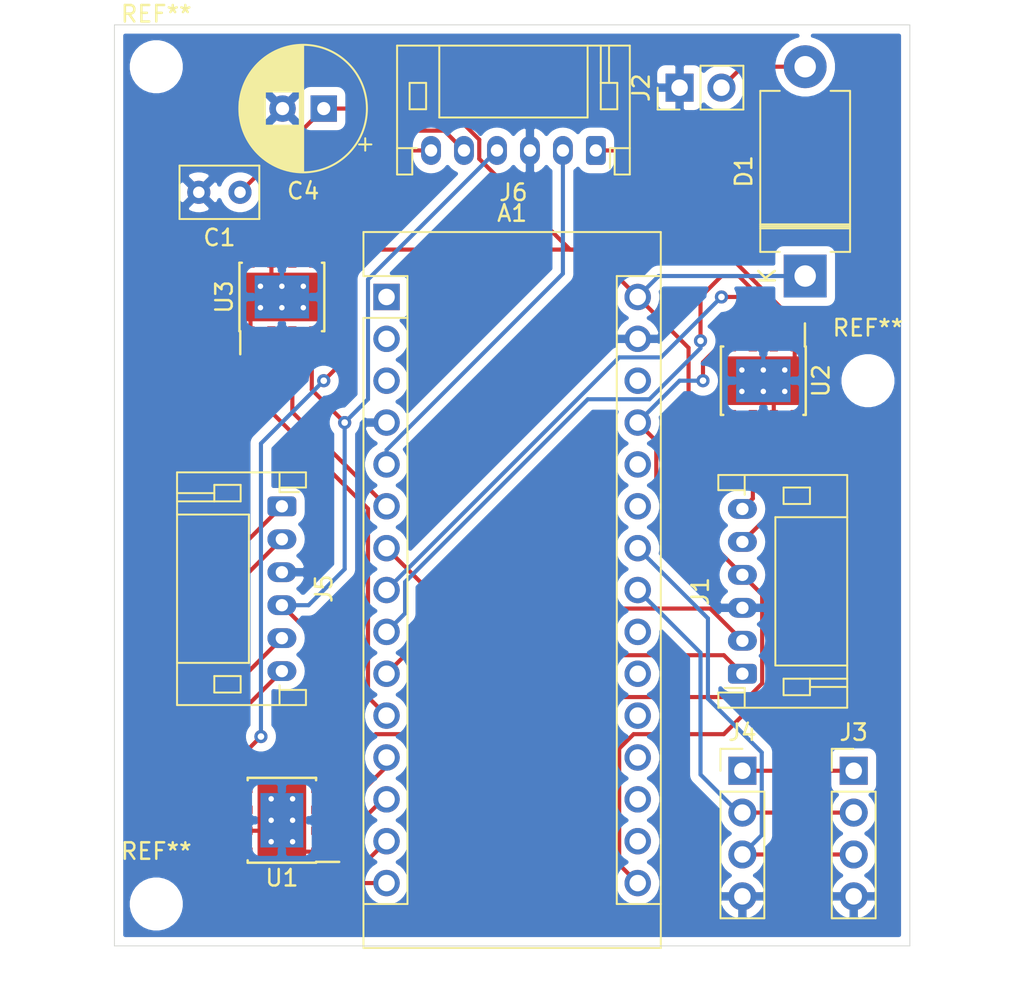
<source format=kicad_pcb>
(kicad_pcb (version 20171130) (host pcbnew 5.1.9+dfsg1-1)

  (general
    (thickness 1.6)
    (drawings 4)
    (tracks 173)
    (zones 0)
    (modules 16)
    (nets 38)
  )

  (page A4)
  (layers
    (0 F.Cu signal)
    (31 B.Cu signal)
    (32 B.Adhes user)
    (33 F.Adhes user)
    (34 B.Paste user)
    (35 F.Paste user)
    (36 B.SilkS user)
    (37 F.SilkS user)
    (38 B.Mask user)
    (39 F.Mask user)
    (40 Dwgs.User user)
    (41 Cmts.User user)
    (42 Eco1.User user)
    (43 Eco2.User user)
    (44 Edge.Cuts user)
    (45 Margin user)
    (46 B.CrtYd user)
    (47 F.CrtYd user)
    (48 B.Fab user)
    (49 F.Fab user)
  )

  (setup
    (last_trace_width 0.25)
    (trace_clearance 0.2)
    (zone_clearance 0.508)
    (zone_45_only no)
    (trace_min 0.2)
    (via_size 0.8)
    (via_drill 0.4)
    (via_min_size 0.4)
    (via_min_drill 0.3)
    (uvia_size 0.3)
    (uvia_drill 0.1)
    (uvias_allowed no)
    (uvia_min_size 0.2)
    (uvia_min_drill 0.1)
    (edge_width 0.05)
    (segment_width 0.2)
    (pcb_text_width 0.3)
    (pcb_text_size 1.5 1.5)
    (mod_edge_width 0.12)
    (mod_text_size 1 1)
    (mod_text_width 0.15)
    (pad_size 1.524 1.524)
    (pad_drill 0.762)
    (pad_to_mask_clearance 0)
    (aux_axis_origin 0 0)
    (visible_elements FFFFFF7F)
    (pcbplotparams
      (layerselection 0x010fc_ffffffff)
      (usegerberextensions false)
      (usegerberattributes true)
      (usegerberadvancedattributes true)
      (creategerberjobfile true)
      (excludeedgelayer true)
      (linewidth 0.100000)
      (plotframeref false)
      (viasonmask false)
      (mode 1)
      (useauxorigin false)
      (hpglpennumber 1)
      (hpglpenspeed 20)
      (hpglpendiameter 15.000000)
      (psnegative false)
      (psa4output false)
      (plotreference true)
      (plotvalue true)
      (plotinvisibletext false)
      (padsonsilk false)
      (subtractmaskfromsilk false)
      (outputformat 1)
      (mirror false)
      (drillshape 0)
      (scaleselection 1)
      (outputdirectory "gerber"))
  )

  (net 0 "")
  (net 1 "Net-(A1-Pad1)")
  (net 2 "Net-(A1-Pad17)")
  (net 3 "Net-(A1-Pad2)")
  (net 4 "Net-(A1-Pad18)")
  (net 5 "Net-(A1-Pad3)")
  (net 6 "Net-(A1-Pad19)")
  (net 7 GND)
  (net 8 "Net-(A1-Pad20)")
  (net 9 /M3SENSA)
  (net 10 "Net-(A1-Pad21)")
  (net 11 /M3INA)
  (net 12 "Net-(A1-Pad22)")
  (net 13 /M1SENSA)
  (net 14 /SDA)
  (net 15 /M1INA)
  (net 16 /SCL)
  (net 17 /M1INB)
  (net 18 "Net-(A1-Pad25)")
  (net 19 /M1SENSB)
  (net 20 "Net-(A1-Pad26)")
  (net 21 /M3INB)
  (net 22 +5V)
  (net 23 /M2INA)
  (net 24 "Net-(A1-Pad28)")
  (net 25 /M2INB)
  (net 26 /M2SENSA)
  (net 27 +12V)
  (net 28 /M2SENSB)
  (net 29 /M3SENSB)
  (net 30 "Net-(D1-Pad2)")
  (net 31 "Net-(J1-Pad5)")
  (net 32 "Net-(J1-Pad6)")
  (net 33 "Net-(J3-Pad1)")
  (net 34 "Net-(J5-Pad5)")
  (net 35 "Net-(J5-Pad6)")
  (net 36 "Net-(J6-Pad6)")
  (net 37 "Net-(J6-Pad5)")

  (net_class Default "This is the default net class."
    (clearance 0.2)
    (trace_width 0.25)
    (via_dia 0.8)
    (via_drill 0.4)
    (uvia_dia 0.3)
    (uvia_drill 0.1)
    (add_net +12V)
    (add_net +5V)
    (add_net /M1INA)
    (add_net /M1INB)
    (add_net /M1SENSA)
    (add_net /M1SENSB)
    (add_net /M2INA)
    (add_net /M2INB)
    (add_net /M2SENSA)
    (add_net /M2SENSB)
    (add_net /M3INA)
    (add_net /M3INB)
    (add_net /M3SENSA)
    (add_net /M3SENSB)
    (add_net /SCL)
    (add_net /SDA)
    (add_net GND)
    (add_net "Net-(A1-Pad1)")
    (add_net "Net-(A1-Pad17)")
    (add_net "Net-(A1-Pad18)")
    (add_net "Net-(A1-Pad19)")
    (add_net "Net-(A1-Pad2)")
    (add_net "Net-(A1-Pad20)")
    (add_net "Net-(A1-Pad21)")
    (add_net "Net-(A1-Pad22)")
    (add_net "Net-(A1-Pad25)")
    (add_net "Net-(A1-Pad26)")
    (add_net "Net-(A1-Pad28)")
    (add_net "Net-(A1-Pad3)")
    (add_net "Net-(D1-Pad2)")
    (add_net "Net-(J1-Pad5)")
    (add_net "Net-(J1-Pad6)")
    (add_net "Net-(J3-Pad1)")
    (add_net "Net-(J5-Pad5)")
    (add_net "Net-(J5-Pad6)")
    (add_net "Net-(J6-Pad5)")
    (add_net "Net-(J6-Pad6)")
  )

  (module MountingHole:MountingHole_2.2mm_M2 (layer F.Cu) (tedit 56D1B4CB) (tstamp 610CC6B2)
    (at 218.44 92.71)
    (descr "Mounting Hole 2.2mm, no annular, M2")
    (tags "mounting hole 2.2mm no annular m2")
    (attr virtual)
    (fp_text reference REF** (at 0 -3.2) (layer F.SilkS)
      (effects (font (size 1 1) (thickness 0.15)))
    )
    (fp_text value MountingHole_2.2mm_M2 (at 0 3.2) (layer F.Fab)
      (effects (font (size 1 1) (thickness 0.15)))
    )
    (fp_circle (center 0 0) (end 2.45 0) (layer F.CrtYd) (width 0.05))
    (fp_circle (center 0 0) (end 2.2 0) (layer Cmts.User) (width 0.15))
    (fp_text user %R (at 0.3 0) (layer F.Fab)
      (effects (font (size 1 1) (thickness 0.15)))
    )
    (pad 1 np_thru_hole circle (at 0 0) (size 2.2 2.2) (drill 2.2) (layers *.Cu *.Mask))
  )

  (module MountingHole:MountingHole_2.2mm_M2 (layer F.Cu) (tedit 56D1B4CB) (tstamp 610CC694)
    (at 175.26 124.46)
    (descr "Mounting Hole 2.2mm, no annular, M2")
    (tags "mounting hole 2.2mm no annular m2")
    (attr virtual)
    (fp_text reference REF** (at 0 -3.2) (layer F.SilkS)
      (effects (font (size 1 1) (thickness 0.15)))
    )
    (fp_text value MountingHole_2.2mm_M2 (at 0 3.2) (layer F.Fab)
      (effects (font (size 1 1) (thickness 0.15)))
    )
    (fp_circle (center 0 0) (end 2.45 0) (layer F.CrtYd) (width 0.05))
    (fp_circle (center 0 0) (end 2.2 0) (layer Cmts.User) (width 0.15))
    (fp_text user %R (at 0.3 0) (layer F.Fab)
      (effects (font (size 1 1) (thickness 0.15)))
    )
    (pad 1 np_thru_hole circle (at 0 0) (size 2.2 2.2) (drill 2.2) (layers *.Cu *.Mask))
  )

  (module MountingHole:MountingHole_2.2mm_M2 (layer F.Cu) (tedit 56D1B4CB) (tstamp 610CC676)
    (at 175.26 73.66)
    (descr "Mounting Hole 2.2mm, no annular, M2")
    (tags "mounting hole 2.2mm no annular m2")
    (attr virtual)
    (fp_text reference REF** (at 0 -3.2) (layer F.SilkS)
      (effects (font (size 1 1) (thickness 0.15)))
    )
    (fp_text value MountingHole_2.2mm_M2 (at 0 3.2) (layer F.Fab)
      (effects (font (size 1 1) (thickness 0.15)))
    )
    (fp_circle (center 0 0) (end 2.45 0) (layer F.CrtYd) (width 0.05))
    (fp_circle (center 0 0) (end 2.2 0) (layer Cmts.User) (width 0.15))
    (fp_text user %R (at 0.3 0) (layer F.Fab)
      (effects (font (size 1 1) (thickness 0.15)))
    )
    (pad 1 np_thru_hole circle (at 0 0) (size 2.2 2.2) (drill 2.2) (layers *.Cu *.Mask))
  )

  (module Module:Arduino_Nano (layer F.Cu) (tedit 58ACAF70) (tstamp 610C96E5)
    (at 189.23 87.63)
    (descr "Arduino Nano, http://www.mouser.com/pdfdocs/Gravitech_Arduino_Nano3_0.pdf")
    (tags "Arduino Nano")
    (path /610D5539)
    (fp_text reference A1 (at 7.62 -5.08) (layer F.SilkS)
      (effects (font (size 1 1) (thickness 0.15)))
    )
    (fp_text value Arduino_Nano_v3.x (at 8.89 19.05 90) (layer F.Fab)
      (effects (font (size 1 1) (thickness 0.15)))
    )
    (fp_line (start 1.27 1.27) (end 1.27 -1.27) (layer F.SilkS) (width 0.12))
    (fp_line (start 1.27 -1.27) (end -1.4 -1.27) (layer F.SilkS) (width 0.12))
    (fp_line (start -1.4 1.27) (end -1.4 39.5) (layer F.SilkS) (width 0.12))
    (fp_line (start -1.4 -3.94) (end -1.4 -1.27) (layer F.SilkS) (width 0.12))
    (fp_line (start 13.97 -1.27) (end 16.64 -1.27) (layer F.SilkS) (width 0.12))
    (fp_line (start 13.97 -1.27) (end 13.97 36.83) (layer F.SilkS) (width 0.12))
    (fp_line (start 13.97 36.83) (end 16.64 36.83) (layer F.SilkS) (width 0.12))
    (fp_line (start 1.27 1.27) (end -1.4 1.27) (layer F.SilkS) (width 0.12))
    (fp_line (start 1.27 1.27) (end 1.27 36.83) (layer F.SilkS) (width 0.12))
    (fp_line (start 1.27 36.83) (end -1.4 36.83) (layer F.SilkS) (width 0.12))
    (fp_line (start 3.81 31.75) (end 11.43 31.75) (layer F.Fab) (width 0.1))
    (fp_line (start 11.43 31.75) (end 11.43 41.91) (layer F.Fab) (width 0.1))
    (fp_line (start 11.43 41.91) (end 3.81 41.91) (layer F.Fab) (width 0.1))
    (fp_line (start 3.81 41.91) (end 3.81 31.75) (layer F.Fab) (width 0.1))
    (fp_line (start -1.4 39.5) (end 16.64 39.5) (layer F.SilkS) (width 0.12))
    (fp_line (start 16.64 39.5) (end 16.64 -3.94) (layer F.SilkS) (width 0.12))
    (fp_line (start 16.64 -3.94) (end -1.4 -3.94) (layer F.SilkS) (width 0.12))
    (fp_line (start 16.51 39.37) (end -1.27 39.37) (layer F.Fab) (width 0.1))
    (fp_line (start -1.27 39.37) (end -1.27 -2.54) (layer F.Fab) (width 0.1))
    (fp_line (start -1.27 -2.54) (end 0 -3.81) (layer F.Fab) (width 0.1))
    (fp_line (start 0 -3.81) (end 16.51 -3.81) (layer F.Fab) (width 0.1))
    (fp_line (start 16.51 -3.81) (end 16.51 39.37) (layer F.Fab) (width 0.1))
    (fp_line (start -1.53 -4.06) (end 16.75 -4.06) (layer F.CrtYd) (width 0.05))
    (fp_line (start -1.53 -4.06) (end -1.53 42.16) (layer F.CrtYd) (width 0.05))
    (fp_line (start 16.75 42.16) (end 16.75 -4.06) (layer F.CrtYd) (width 0.05))
    (fp_line (start 16.75 42.16) (end -1.53 42.16) (layer F.CrtYd) (width 0.05))
    (fp_text user %R (at 6.35 19.05 90) (layer F.Fab)
      (effects (font (size 1 1) (thickness 0.15)))
    )
    (pad 1 thru_hole rect (at 0 0) (size 1.6 1.6) (drill 1) (layers *.Cu *.Mask)
      (net 1 "Net-(A1-Pad1)"))
    (pad 17 thru_hole oval (at 15.24 33.02) (size 1.6 1.6) (drill 1) (layers *.Cu *.Mask)
      (net 2 "Net-(A1-Pad17)"))
    (pad 2 thru_hole oval (at 0 2.54) (size 1.6 1.6) (drill 1) (layers *.Cu *.Mask)
      (net 3 "Net-(A1-Pad2)"))
    (pad 18 thru_hole oval (at 15.24 30.48) (size 1.6 1.6) (drill 1) (layers *.Cu *.Mask)
      (net 4 "Net-(A1-Pad18)"))
    (pad 3 thru_hole oval (at 0 5.08) (size 1.6 1.6) (drill 1) (layers *.Cu *.Mask)
      (net 5 "Net-(A1-Pad3)"))
    (pad 19 thru_hole oval (at 15.24 27.94) (size 1.6 1.6) (drill 1) (layers *.Cu *.Mask)
      (net 6 "Net-(A1-Pad19)"))
    (pad 4 thru_hole oval (at 0 7.62) (size 1.6 1.6) (drill 1) (layers *.Cu *.Mask)
      (net 7 GND))
    (pad 20 thru_hole oval (at 15.24 25.4) (size 1.6 1.6) (drill 1) (layers *.Cu *.Mask)
      (net 8 "Net-(A1-Pad20)"))
    (pad 5 thru_hole oval (at 0 10.16) (size 1.6 1.6) (drill 1) (layers *.Cu *.Mask)
      (net 9 /M3SENSA))
    (pad 21 thru_hole oval (at 15.24 22.86) (size 1.6 1.6) (drill 1) (layers *.Cu *.Mask)
      (net 10 "Net-(A1-Pad21)"))
    (pad 6 thru_hole oval (at 0 12.7) (size 1.6 1.6) (drill 1) (layers *.Cu *.Mask)
      (net 11 /M3INA))
    (pad 22 thru_hole oval (at 15.24 20.32) (size 1.6 1.6) (drill 1) (layers *.Cu *.Mask)
      (net 12 "Net-(A1-Pad22)"))
    (pad 7 thru_hole oval (at 0 15.24) (size 1.6 1.6) (drill 1) (layers *.Cu *.Mask)
      (net 13 /M1SENSA))
    (pad 23 thru_hole oval (at 15.24 17.78) (size 1.6 1.6) (drill 1) (layers *.Cu *.Mask)
      (net 14 /SDA))
    (pad 8 thru_hole oval (at 0 17.78) (size 1.6 1.6) (drill 1) (layers *.Cu *.Mask)
      (net 15 /M1INA))
    (pad 24 thru_hole oval (at 15.24 15.24) (size 1.6 1.6) (drill 1) (layers *.Cu *.Mask)
      (net 16 /SCL))
    (pad 9 thru_hole oval (at 0 20.32) (size 1.6 1.6) (drill 1) (layers *.Cu *.Mask)
      (net 17 /M1INB))
    (pad 25 thru_hole oval (at 15.24 12.7) (size 1.6 1.6) (drill 1) (layers *.Cu *.Mask)
      (net 18 "Net-(A1-Pad25)"))
    (pad 10 thru_hole oval (at 0 22.86) (size 1.6 1.6) (drill 1) (layers *.Cu *.Mask)
      (net 19 /M1SENSB))
    (pad 26 thru_hole oval (at 15.24 10.16) (size 1.6 1.6) (drill 1) (layers *.Cu *.Mask)
      (net 20 "Net-(A1-Pad26)"))
    (pad 11 thru_hole oval (at 0 25.4) (size 1.6 1.6) (drill 1) (layers *.Cu *.Mask)
      (net 21 /M3INB))
    (pad 27 thru_hole oval (at 15.24 7.62) (size 1.6 1.6) (drill 1) (layers *.Cu *.Mask)
      (net 22 +5V))
    (pad 12 thru_hole oval (at 0 27.94) (size 1.6 1.6) (drill 1) (layers *.Cu *.Mask)
      (net 23 /M2INA))
    (pad 28 thru_hole oval (at 15.24 5.08) (size 1.6 1.6) (drill 1) (layers *.Cu *.Mask)
      (net 24 "Net-(A1-Pad28)"))
    (pad 13 thru_hole oval (at 0 30.48) (size 1.6 1.6) (drill 1) (layers *.Cu *.Mask)
      (net 25 /M2INB))
    (pad 29 thru_hole oval (at 15.24 2.54) (size 1.6 1.6) (drill 1) (layers *.Cu *.Mask)
      (net 7 GND))
    (pad 14 thru_hole oval (at 0 33.02) (size 1.6 1.6) (drill 1) (layers *.Cu *.Mask)
      (net 26 /M2SENSA))
    (pad 30 thru_hole oval (at 15.24 0) (size 1.6 1.6) (drill 1) (layers *.Cu *.Mask)
      (net 27 +12V))
    (pad 15 thru_hole oval (at 0 35.56) (size 1.6 1.6) (drill 1) (layers *.Cu *.Mask)
      (net 28 /M2SENSB))
    (pad 16 thru_hole oval (at 15.24 35.56) (size 1.6 1.6) (drill 1) (layers *.Cu *.Mask)
      (net 29 /M3SENSB))
    (model ${KISYS3DMOD}/Module.3dshapes/Arduino_Nano_WithMountingHoles.wrl
      (at (xyz 0 0 0))
      (scale (xyz 1 1 1))
      (rotate (xyz 0 0 0))
    )
  )

  (module Capacitor_THT:C_Rect_L4.6mm_W3.0mm_P2.50mm_MKS02_FKP02 (layer F.Cu) (tedit 5AE50EF0) (tstamp 610C96F8)
    (at 180.34 81.28 180)
    (descr "C, Rect series, Radial, pin pitch=2.50mm, , length*width=4.6*3.0mm^2, Capacitor, http://www.wima.de/DE/WIMA_MKS_02.pdf")
    (tags "C Rect series Radial pin pitch 2.50mm  length 4.6mm width 3.0mm Capacitor")
    (path /610FA872)
    (fp_text reference C1 (at 1.25 -2.75) (layer F.SilkS)
      (effects (font (size 1 1) (thickness 0.15)))
    )
    (fp_text value C (at 1.25 2.75) (layer F.Fab)
      (effects (font (size 1 1) (thickness 0.15)))
    )
    (fp_line (start -1.05 -1.5) (end -1.05 1.5) (layer F.Fab) (width 0.1))
    (fp_line (start -1.05 1.5) (end 3.55 1.5) (layer F.Fab) (width 0.1))
    (fp_line (start 3.55 1.5) (end 3.55 -1.5) (layer F.Fab) (width 0.1))
    (fp_line (start 3.55 -1.5) (end -1.05 -1.5) (layer F.Fab) (width 0.1))
    (fp_line (start -1.17 -1.62) (end 3.67 -1.62) (layer F.SilkS) (width 0.12))
    (fp_line (start -1.17 1.62) (end 3.67 1.62) (layer F.SilkS) (width 0.12))
    (fp_line (start -1.17 -1.62) (end -1.17 1.62) (layer F.SilkS) (width 0.12))
    (fp_line (start 3.67 -1.62) (end 3.67 1.62) (layer F.SilkS) (width 0.12))
    (fp_line (start -1.3 -1.75) (end -1.3 1.75) (layer F.CrtYd) (width 0.05))
    (fp_line (start -1.3 1.75) (end 3.8 1.75) (layer F.CrtYd) (width 0.05))
    (fp_line (start 3.8 1.75) (end 3.8 -1.75) (layer F.CrtYd) (width 0.05))
    (fp_line (start 3.8 -1.75) (end -1.3 -1.75) (layer F.CrtYd) (width 0.05))
    (fp_text user %R (at 1.25 0) (layer F.Fab)
      (effects (font (size 0.92 0.92) (thickness 0.138)))
    )
    (pad 1 thru_hole circle (at 0 0 180) (size 1.4 1.4) (drill 0.7) (layers *.Cu *.Mask)
      (net 27 +12V))
    (pad 2 thru_hole circle (at 2.5 0 180) (size 1.4 1.4) (drill 0.7) (layers *.Cu *.Mask)
      (net 7 GND))
    (model ${KISYS3DMOD}/Capacitor_THT.3dshapes/C_Rect_L4.6mm_W3.0mm_P2.50mm_MKS02_FKP02.wrl
      (at (xyz 0 0 0))
      (scale (xyz 1 1 1))
      (rotate (xyz 0 0 0))
    )
  )

  (module Capacitor_THT:CP_Radial_D7.5mm_P2.50mm (layer F.Cu) (tedit 5AE50EF0) (tstamp 610C97C1)
    (at 185.42 76.2 180)
    (descr "CP, Radial series, Radial, pin pitch=2.50mm, , diameter=7.5mm, Electrolytic Capacitor")
    (tags "CP Radial series Radial pin pitch 2.50mm  diameter 7.5mm Electrolytic Capacitor")
    (path /610F9FC8)
    (fp_text reference C4 (at 1.25 -5) (layer F.SilkS)
      (effects (font (size 1 1) (thickness 0.15)))
    )
    (fp_text value CP (at 1.25 5) (layer F.Fab)
      (effects (font (size 1 1) (thickness 0.15)))
    )
    (fp_circle (center 1.25 0) (end 5 0) (layer F.Fab) (width 0.1))
    (fp_circle (center 1.25 0) (end 5.12 0) (layer F.SilkS) (width 0.12))
    (fp_circle (center 1.25 0) (end 5.25 0) (layer F.CrtYd) (width 0.05))
    (fp_line (start -1.961233 -1.6375) (end -1.211233 -1.6375) (layer F.Fab) (width 0.1))
    (fp_line (start -1.586233 -2.0125) (end -1.586233 -1.2625) (layer F.Fab) (width 0.1))
    (fp_line (start 1.25 -3.83) (end 1.25 3.83) (layer F.SilkS) (width 0.12))
    (fp_line (start 1.29 -3.83) (end 1.29 3.83) (layer F.SilkS) (width 0.12))
    (fp_line (start 1.33 -3.83) (end 1.33 3.83) (layer F.SilkS) (width 0.12))
    (fp_line (start 1.37 -3.829) (end 1.37 3.829) (layer F.SilkS) (width 0.12))
    (fp_line (start 1.41 -3.827) (end 1.41 3.827) (layer F.SilkS) (width 0.12))
    (fp_line (start 1.45 -3.825) (end 1.45 3.825) (layer F.SilkS) (width 0.12))
    (fp_line (start 1.49 -3.823) (end 1.49 -1.04) (layer F.SilkS) (width 0.12))
    (fp_line (start 1.49 1.04) (end 1.49 3.823) (layer F.SilkS) (width 0.12))
    (fp_line (start 1.53 -3.82) (end 1.53 -1.04) (layer F.SilkS) (width 0.12))
    (fp_line (start 1.53 1.04) (end 1.53 3.82) (layer F.SilkS) (width 0.12))
    (fp_line (start 1.57 -3.817) (end 1.57 -1.04) (layer F.SilkS) (width 0.12))
    (fp_line (start 1.57 1.04) (end 1.57 3.817) (layer F.SilkS) (width 0.12))
    (fp_line (start 1.61 -3.814) (end 1.61 -1.04) (layer F.SilkS) (width 0.12))
    (fp_line (start 1.61 1.04) (end 1.61 3.814) (layer F.SilkS) (width 0.12))
    (fp_line (start 1.65 -3.81) (end 1.65 -1.04) (layer F.SilkS) (width 0.12))
    (fp_line (start 1.65 1.04) (end 1.65 3.81) (layer F.SilkS) (width 0.12))
    (fp_line (start 1.69 -3.805) (end 1.69 -1.04) (layer F.SilkS) (width 0.12))
    (fp_line (start 1.69 1.04) (end 1.69 3.805) (layer F.SilkS) (width 0.12))
    (fp_line (start 1.73 -3.801) (end 1.73 -1.04) (layer F.SilkS) (width 0.12))
    (fp_line (start 1.73 1.04) (end 1.73 3.801) (layer F.SilkS) (width 0.12))
    (fp_line (start 1.77 -3.795) (end 1.77 -1.04) (layer F.SilkS) (width 0.12))
    (fp_line (start 1.77 1.04) (end 1.77 3.795) (layer F.SilkS) (width 0.12))
    (fp_line (start 1.81 -3.79) (end 1.81 -1.04) (layer F.SilkS) (width 0.12))
    (fp_line (start 1.81 1.04) (end 1.81 3.79) (layer F.SilkS) (width 0.12))
    (fp_line (start 1.85 -3.784) (end 1.85 -1.04) (layer F.SilkS) (width 0.12))
    (fp_line (start 1.85 1.04) (end 1.85 3.784) (layer F.SilkS) (width 0.12))
    (fp_line (start 1.89 -3.777) (end 1.89 -1.04) (layer F.SilkS) (width 0.12))
    (fp_line (start 1.89 1.04) (end 1.89 3.777) (layer F.SilkS) (width 0.12))
    (fp_line (start 1.93 -3.77) (end 1.93 -1.04) (layer F.SilkS) (width 0.12))
    (fp_line (start 1.93 1.04) (end 1.93 3.77) (layer F.SilkS) (width 0.12))
    (fp_line (start 1.971 -3.763) (end 1.971 -1.04) (layer F.SilkS) (width 0.12))
    (fp_line (start 1.971 1.04) (end 1.971 3.763) (layer F.SilkS) (width 0.12))
    (fp_line (start 2.011 -3.755) (end 2.011 -1.04) (layer F.SilkS) (width 0.12))
    (fp_line (start 2.011 1.04) (end 2.011 3.755) (layer F.SilkS) (width 0.12))
    (fp_line (start 2.051 -3.747) (end 2.051 -1.04) (layer F.SilkS) (width 0.12))
    (fp_line (start 2.051 1.04) (end 2.051 3.747) (layer F.SilkS) (width 0.12))
    (fp_line (start 2.091 -3.738) (end 2.091 -1.04) (layer F.SilkS) (width 0.12))
    (fp_line (start 2.091 1.04) (end 2.091 3.738) (layer F.SilkS) (width 0.12))
    (fp_line (start 2.131 -3.729) (end 2.131 -1.04) (layer F.SilkS) (width 0.12))
    (fp_line (start 2.131 1.04) (end 2.131 3.729) (layer F.SilkS) (width 0.12))
    (fp_line (start 2.171 -3.72) (end 2.171 -1.04) (layer F.SilkS) (width 0.12))
    (fp_line (start 2.171 1.04) (end 2.171 3.72) (layer F.SilkS) (width 0.12))
    (fp_line (start 2.211 -3.71) (end 2.211 -1.04) (layer F.SilkS) (width 0.12))
    (fp_line (start 2.211 1.04) (end 2.211 3.71) (layer F.SilkS) (width 0.12))
    (fp_line (start 2.251 -3.699) (end 2.251 -1.04) (layer F.SilkS) (width 0.12))
    (fp_line (start 2.251 1.04) (end 2.251 3.699) (layer F.SilkS) (width 0.12))
    (fp_line (start 2.291 -3.688) (end 2.291 -1.04) (layer F.SilkS) (width 0.12))
    (fp_line (start 2.291 1.04) (end 2.291 3.688) (layer F.SilkS) (width 0.12))
    (fp_line (start 2.331 -3.677) (end 2.331 -1.04) (layer F.SilkS) (width 0.12))
    (fp_line (start 2.331 1.04) (end 2.331 3.677) (layer F.SilkS) (width 0.12))
    (fp_line (start 2.371 -3.665) (end 2.371 -1.04) (layer F.SilkS) (width 0.12))
    (fp_line (start 2.371 1.04) (end 2.371 3.665) (layer F.SilkS) (width 0.12))
    (fp_line (start 2.411 -3.653) (end 2.411 -1.04) (layer F.SilkS) (width 0.12))
    (fp_line (start 2.411 1.04) (end 2.411 3.653) (layer F.SilkS) (width 0.12))
    (fp_line (start 2.451 -3.64) (end 2.451 -1.04) (layer F.SilkS) (width 0.12))
    (fp_line (start 2.451 1.04) (end 2.451 3.64) (layer F.SilkS) (width 0.12))
    (fp_line (start 2.491 -3.626) (end 2.491 -1.04) (layer F.SilkS) (width 0.12))
    (fp_line (start 2.491 1.04) (end 2.491 3.626) (layer F.SilkS) (width 0.12))
    (fp_line (start 2.531 -3.613) (end 2.531 -1.04) (layer F.SilkS) (width 0.12))
    (fp_line (start 2.531 1.04) (end 2.531 3.613) (layer F.SilkS) (width 0.12))
    (fp_line (start 2.571 -3.598) (end 2.571 -1.04) (layer F.SilkS) (width 0.12))
    (fp_line (start 2.571 1.04) (end 2.571 3.598) (layer F.SilkS) (width 0.12))
    (fp_line (start 2.611 -3.584) (end 2.611 -1.04) (layer F.SilkS) (width 0.12))
    (fp_line (start 2.611 1.04) (end 2.611 3.584) (layer F.SilkS) (width 0.12))
    (fp_line (start 2.651 -3.568) (end 2.651 -1.04) (layer F.SilkS) (width 0.12))
    (fp_line (start 2.651 1.04) (end 2.651 3.568) (layer F.SilkS) (width 0.12))
    (fp_line (start 2.691 -3.553) (end 2.691 -1.04) (layer F.SilkS) (width 0.12))
    (fp_line (start 2.691 1.04) (end 2.691 3.553) (layer F.SilkS) (width 0.12))
    (fp_line (start 2.731 -3.536) (end 2.731 -1.04) (layer F.SilkS) (width 0.12))
    (fp_line (start 2.731 1.04) (end 2.731 3.536) (layer F.SilkS) (width 0.12))
    (fp_line (start 2.771 -3.52) (end 2.771 -1.04) (layer F.SilkS) (width 0.12))
    (fp_line (start 2.771 1.04) (end 2.771 3.52) (layer F.SilkS) (width 0.12))
    (fp_line (start 2.811 -3.502) (end 2.811 -1.04) (layer F.SilkS) (width 0.12))
    (fp_line (start 2.811 1.04) (end 2.811 3.502) (layer F.SilkS) (width 0.12))
    (fp_line (start 2.851 -3.484) (end 2.851 -1.04) (layer F.SilkS) (width 0.12))
    (fp_line (start 2.851 1.04) (end 2.851 3.484) (layer F.SilkS) (width 0.12))
    (fp_line (start 2.891 -3.466) (end 2.891 -1.04) (layer F.SilkS) (width 0.12))
    (fp_line (start 2.891 1.04) (end 2.891 3.466) (layer F.SilkS) (width 0.12))
    (fp_line (start 2.931 -3.447) (end 2.931 -1.04) (layer F.SilkS) (width 0.12))
    (fp_line (start 2.931 1.04) (end 2.931 3.447) (layer F.SilkS) (width 0.12))
    (fp_line (start 2.971 -3.427) (end 2.971 -1.04) (layer F.SilkS) (width 0.12))
    (fp_line (start 2.971 1.04) (end 2.971 3.427) (layer F.SilkS) (width 0.12))
    (fp_line (start 3.011 -3.407) (end 3.011 -1.04) (layer F.SilkS) (width 0.12))
    (fp_line (start 3.011 1.04) (end 3.011 3.407) (layer F.SilkS) (width 0.12))
    (fp_line (start 3.051 -3.386) (end 3.051 -1.04) (layer F.SilkS) (width 0.12))
    (fp_line (start 3.051 1.04) (end 3.051 3.386) (layer F.SilkS) (width 0.12))
    (fp_line (start 3.091 -3.365) (end 3.091 -1.04) (layer F.SilkS) (width 0.12))
    (fp_line (start 3.091 1.04) (end 3.091 3.365) (layer F.SilkS) (width 0.12))
    (fp_line (start 3.131 -3.343) (end 3.131 -1.04) (layer F.SilkS) (width 0.12))
    (fp_line (start 3.131 1.04) (end 3.131 3.343) (layer F.SilkS) (width 0.12))
    (fp_line (start 3.171 -3.321) (end 3.171 -1.04) (layer F.SilkS) (width 0.12))
    (fp_line (start 3.171 1.04) (end 3.171 3.321) (layer F.SilkS) (width 0.12))
    (fp_line (start 3.211 -3.297) (end 3.211 -1.04) (layer F.SilkS) (width 0.12))
    (fp_line (start 3.211 1.04) (end 3.211 3.297) (layer F.SilkS) (width 0.12))
    (fp_line (start 3.251 -3.274) (end 3.251 -1.04) (layer F.SilkS) (width 0.12))
    (fp_line (start 3.251 1.04) (end 3.251 3.274) (layer F.SilkS) (width 0.12))
    (fp_line (start 3.291 -3.249) (end 3.291 -1.04) (layer F.SilkS) (width 0.12))
    (fp_line (start 3.291 1.04) (end 3.291 3.249) (layer F.SilkS) (width 0.12))
    (fp_line (start 3.331 -3.224) (end 3.331 -1.04) (layer F.SilkS) (width 0.12))
    (fp_line (start 3.331 1.04) (end 3.331 3.224) (layer F.SilkS) (width 0.12))
    (fp_line (start 3.371 -3.198) (end 3.371 -1.04) (layer F.SilkS) (width 0.12))
    (fp_line (start 3.371 1.04) (end 3.371 3.198) (layer F.SilkS) (width 0.12))
    (fp_line (start 3.411 -3.172) (end 3.411 -1.04) (layer F.SilkS) (width 0.12))
    (fp_line (start 3.411 1.04) (end 3.411 3.172) (layer F.SilkS) (width 0.12))
    (fp_line (start 3.451 -3.144) (end 3.451 -1.04) (layer F.SilkS) (width 0.12))
    (fp_line (start 3.451 1.04) (end 3.451 3.144) (layer F.SilkS) (width 0.12))
    (fp_line (start 3.491 -3.116) (end 3.491 -1.04) (layer F.SilkS) (width 0.12))
    (fp_line (start 3.491 1.04) (end 3.491 3.116) (layer F.SilkS) (width 0.12))
    (fp_line (start 3.531 -3.088) (end 3.531 -1.04) (layer F.SilkS) (width 0.12))
    (fp_line (start 3.531 1.04) (end 3.531 3.088) (layer F.SilkS) (width 0.12))
    (fp_line (start 3.571 -3.058) (end 3.571 3.058) (layer F.SilkS) (width 0.12))
    (fp_line (start 3.611 -3.028) (end 3.611 3.028) (layer F.SilkS) (width 0.12))
    (fp_line (start 3.651 -2.996) (end 3.651 2.996) (layer F.SilkS) (width 0.12))
    (fp_line (start 3.691 -2.964) (end 3.691 2.964) (layer F.SilkS) (width 0.12))
    (fp_line (start 3.731 -2.931) (end 3.731 2.931) (layer F.SilkS) (width 0.12))
    (fp_line (start 3.771 -2.898) (end 3.771 2.898) (layer F.SilkS) (width 0.12))
    (fp_line (start 3.811 -2.863) (end 3.811 2.863) (layer F.SilkS) (width 0.12))
    (fp_line (start 3.851 -2.827) (end 3.851 2.827) (layer F.SilkS) (width 0.12))
    (fp_line (start 3.891 -2.79) (end 3.891 2.79) (layer F.SilkS) (width 0.12))
    (fp_line (start 3.931 -2.752) (end 3.931 2.752) (layer F.SilkS) (width 0.12))
    (fp_line (start 3.971 -2.713) (end 3.971 2.713) (layer F.SilkS) (width 0.12))
    (fp_line (start 4.011 -2.673) (end 4.011 2.673) (layer F.SilkS) (width 0.12))
    (fp_line (start 4.051 -2.632) (end 4.051 2.632) (layer F.SilkS) (width 0.12))
    (fp_line (start 4.091 -2.589) (end 4.091 2.589) (layer F.SilkS) (width 0.12))
    (fp_line (start 4.131 -2.546) (end 4.131 2.546) (layer F.SilkS) (width 0.12))
    (fp_line (start 4.171 -2.5) (end 4.171 2.5) (layer F.SilkS) (width 0.12))
    (fp_line (start 4.211 -2.454) (end 4.211 2.454) (layer F.SilkS) (width 0.12))
    (fp_line (start 4.251 -2.405) (end 4.251 2.405) (layer F.SilkS) (width 0.12))
    (fp_line (start 4.291 -2.355) (end 4.291 2.355) (layer F.SilkS) (width 0.12))
    (fp_line (start 4.331 -2.304) (end 4.331 2.304) (layer F.SilkS) (width 0.12))
    (fp_line (start 4.371 -2.25) (end 4.371 2.25) (layer F.SilkS) (width 0.12))
    (fp_line (start 4.411 -2.195) (end 4.411 2.195) (layer F.SilkS) (width 0.12))
    (fp_line (start 4.451 -2.137) (end 4.451 2.137) (layer F.SilkS) (width 0.12))
    (fp_line (start 4.491 -2.077) (end 4.491 2.077) (layer F.SilkS) (width 0.12))
    (fp_line (start 4.531 -2.014) (end 4.531 2.014) (layer F.SilkS) (width 0.12))
    (fp_line (start 4.571 -1.949) (end 4.571 1.949) (layer F.SilkS) (width 0.12))
    (fp_line (start 4.611 -1.881) (end 4.611 1.881) (layer F.SilkS) (width 0.12))
    (fp_line (start 4.651 -1.809) (end 4.651 1.809) (layer F.SilkS) (width 0.12))
    (fp_line (start 4.691 -1.733) (end 4.691 1.733) (layer F.SilkS) (width 0.12))
    (fp_line (start 4.731 -1.654) (end 4.731 1.654) (layer F.SilkS) (width 0.12))
    (fp_line (start 4.771 -1.569) (end 4.771 1.569) (layer F.SilkS) (width 0.12))
    (fp_line (start 4.811 -1.478) (end 4.811 1.478) (layer F.SilkS) (width 0.12))
    (fp_line (start 4.851 -1.381) (end 4.851 1.381) (layer F.SilkS) (width 0.12))
    (fp_line (start 4.891 -1.275) (end 4.891 1.275) (layer F.SilkS) (width 0.12))
    (fp_line (start 4.931 -1.158) (end 4.931 1.158) (layer F.SilkS) (width 0.12))
    (fp_line (start 4.971 -1.028) (end 4.971 1.028) (layer F.SilkS) (width 0.12))
    (fp_line (start 5.011 -0.877) (end 5.011 0.877) (layer F.SilkS) (width 0.12))
    (fp_line (start 5.051 -0.693) (end 5.051 0.693) (layer F.SilkS) (width 0.12))
    (fp_line (start 5.091 -0.441) (end 5.091 0.441) (layer F.SilkS) (width 0.12))
    (fp_line (start -2.892211 -2.175) (end -2.142211 -2.175) (layer F.SilkS) (width 0.12))
    (fp_line (start -2.517211 -2.55) (end -2.517211 -1.8) (layer F.SilkS) (width 0.12))
    (fp_text user %R (at 1.25 0) (layer F.Fab)
      (effects (font (size 1 1) (thickness 0.15)))
    )
    (pad 1 thru_hole rect (at 0 0 180) (size 1.6 1.6) (drill 0.8) (layers *.Cu *.Mask)
      (net 27 +12V))
    (pad 2 thru_hole circle (at 2.5 0 180) (size 1.6 1.6) (drill 0.8) (layers *.Cu *.Mask)
      (net 7 GND))
    (model ${KISYS3DMOD}/Capacitor_THT.3dshapes/CP_Radial_D7.5mm_P2.50mm.wrl
      (at (xyz 0 0 0))
      (scale (xyz 1 1 1))
      (rotate (xyz 0 0 0))
    )
  )

  (module Diode_THT:D_DO-201_P12.70mm_Horizontal (layer F.Cu) (tedit 5AE50CD5) (tstamp 610C9926)
    (at 214.63 86.36 90)
    (descr "Diode, DO-201 series, Axial, Horizontal, pin pitch=12.7mm, , length*diameter=9.53*5.21mm^2, , http://www.diodes.com/_files/packages/DO-201.pdf")
    (tags "Diode DO-201 series Axial Horizontal pin pitch 12.7mm  length 9.53mm diameter 5.21mm")
    (path /611C3AB0)
    (fp_text reference D1 (at 6.35 -3.725 90) (layer F.SilkS)
      (effects (font (size 1 1) (thickness 0.15)))
    )
    (fp_text value D (at 6.35 3.725 90) (layer F.Fab)
      (effects (font (size 1 1) (thickness 0.15)))
    )
    (fp_line (start 1.585 -2.605) (end 1.585 2.605) (layer F.Fab) (width 0.1))
    (fp_line (start 1.585 2.605) (end 11.115 2.605) (layer F.Fab) (width 0.1))
    (fp_line (start 11.115 2.605) (end 11.115 -2.605) (layer F.Fab) (width 0.1))
    (fp_line (start 11.115 -2.605) (end 1.585 -2.605) (layer F.Fab) (width 0.1))
    (fp_line (start 0 0) (end 1.585 0) (layer F.Fab) (width 0.1))
    (fp_line (start 12.7 0) (end 11.115 0) (layer F.Fab) (width 0.1))
    (fp_line (start 3.0145 -2.605) (end 3.0145 2.605) (layer F.Fab) (width 0.1))
    (fp_line (start 3.1145 -2.605) (end 3.1145 2.605) (layer F.Fab) (width 0.1))
    (fp_line (start 2.9145 -2.605) (end 2.9145 2.605) (layer F.Fab) (width 0.1))
    (fp_line (start 1.465 -1.54) (end 1.465 -2.725) (layer F.SilkS) (width 0.12))
    (fp_line (start 1.465 -2.725) (end 11.235 -2.725) (layer F.SilkS) (width 0.12))
    (fp_line (start 11.235 -2.725) (end 11.235 -1.54) (layer F.SilkS) (width 0.12))
    (fp_line (start 1.465 1.54) (end 1.465 2.725) (layer F.SilkS) (width 0.12))
    (fp_line (start 1.465 2.725) (end 11.235 2.725) (layer F.SilkS) (width 0.12))
    (fp_line (start 11.235 2.725) (end 11.235 1.54) (layer F.SilkS) (width 0.12))
    (fp_line (start 3.0145 -2.725) (end 3.0145 2.725) (layer F.SilkS) (width 0.12))
    (fp_line (start 3.1345 -2.725) (end 3.1345 2.725) (layer F.SilkS) (width 0.12))
    (fp_line (start 2.8945 -2.725) (end 2.8945 2.725) (layer F.SilkS) (width 0.12))
    (fp_line (start -1.55 -2.86) (end -1.55 2.86) (layer F.CrtYd) (width 0.05))
    (fp_line (start -1.55 2.86) (end 14.25 2.86) (layer F.CrtYd) (width 0.05))
    (fp_line (start 14.25 2.86) (end 14.25 -2.86) (layer F.CrtYd) (width 0.05))
    (fp_line (start 14.25 -2.86) (end -1.55 -2.86) (layer F.CrtYd) (width 0.05))
    (fp_text user %R (at 7.06475 0 90) (layer F.Fab)
      (effects (font (size 1 1) (thickness 0.15)))
    )
    (fp_text user K (at 0 -2.3 90) (layer F.Fab)
      (effects (font (size 1 1) (thickness 0.15)))
    )
    (fp_text user K (at 0 -2.3 90) (layer F.SilkS)
      (effects (font (size 1 1) (thickness 0.15)))
    )
    (pad 1 thru_hole rect (at 0 0 90) (size 2.6 2.6) (drill 1.3) (layers *.Cu *.Mask)
      (net 27 +12V))
    (pad 2 thru_hole oval (at 12.7 0 90) (size 2.6 2.6) (drill 1.3) (layers *.Cu *.Mask)
      (net 30 "Net-(D1-Pad2)"))
    (model ${KISYS3DMOD}/Diode_THT.3dshapes/D_DO-201_P12.70mm_Horizontal.wrl
      (at (xyz 0 0 0))
      (scale (xyz 1 1 1))
      (rotate (xyz 0 0 0))
    )
  )

  (module Connector_JST:JST_PH_S6B-PH-K_1x06_P2.00mm_Horizontal (layer F.Cu) (tedit 5B7745C6) (tstamp 610C9959)
    (at 210.82 110.49 90)
    (descr "JST PH series connector, S6B-PH-K (http://www.jst-mfg.com/product/pdf/eng/ePH.pdf), generated with kicad-footprint-generator")
    (tags "connector JST PH top entry")
    (path /610CB9C4)
    (fp_text reference J1 (at 5 -2.55 90) (layer F.SilkS)
      (effects (font (size 1 1) (thickness 0.15)))
    )
    (fp_text value EMG30 (at 5 7.45 90) (layer F.Fab)
      (effects (font (size 1 1) (thickness 0.15)))
    )
    (fp_line (start -0.86 0.14) (end -1.14 0.14) (layer F.SilkS) (width 0.12))
    (fp_line (start -1.14 0.14) (end -1.14 -1.46) (layer F.SilkS) (width 0.12))
    (fp_line (start -1.14 -1.46) (end -2.06 -1.46) (layer F.SilkS) (width 0.12))
    (fp_line (start -2.06 -1.46) (end -2.06 6.36) (layer F.SilkS) (width 0.12))
    (fp_line (start -2.06 6.36) (end 12.06 6.36) (layer F.SilkS) (width 0.12))
    (fp_line (start 12.06 6.36) (end 12.06 -1.46) (layer F.SilkS) (width 0.12))
    (fp_line (start 12.06 -1.46) (end 11.14 -1.46) (layer F.SilkS) (width 0.12))
    (fp_line (start 11.14 -1.46) (end 11.14 0.14) (layer F.SilkS) (width 0.12))
    (fp_line (start 11.14 0.14) (end 10.86 0.14) (layer F.SilkS) (width 0.12))
    (fp_line (start 0.5 6.36) (end 0.5 2) (layer F.SilkS) (width 0.12))
    (fp_line (start 0.5 2) (end 9.5 2) (layer F.SilkS) (width 0.12))
    (fp_line (start 9.5 2) (end 9.5 6.36) (layer F.SilkS) (width 0.12))
    (fp_line (start -2.06 0.14) (end -1.14 0.14) (layer F.SilkS) (width 0.12))
    (fp_line (start 12.06 0.14) (end 11.14 0.14) (layer F.SilkS) (width 0.12))
    (fp_line (start -1.3 2.5) (end -1.3 4.1) (layer F.SilkS) (width 0.12))
    (fp_line (start -1.3 4.1) (end -0.3 4.1) (layer F.SilkS) (width 0.12))
    (fp_line (start -0.3 4.1) (end -0.3 2.5) (layer F.SilkS) (width 0.12))
    (fp_line (start -0.3 2.5) (end -1.3 2.5) (layer F.SilkS) (width 0.12))
    (fp_line (start 11.3 2.5) (end 11.3 4.1) (layer F.SilkS) (width 0.12))
    (fp_line (start 11.3 4.1) (end 10.3 4.1) (layer F.SilkS) (width 0.12))
    (fp_line (start 10.3 4.1) (end 10.3 2.5) (layer F.SilkS) (width 0.12))
    (fp_line (start 10.3 2.5) (end 11.3 2.5) (layer F.SilkS) (width 0.12))
    (fp_line (start -0.3 4.1) (end -0.3 6.36) (layer F.SilkS) (width 0.12))
    (fp_line (start -0.8 4.1) (end -0.8 6.36) (layer F.SilkS) (width 0.12))
    (fp_line (start -2.45 -1.85) (end -2.45 6.75) (layer F.CrtYd) (width 0.05))
    (fp_line (start -2.45 6.75) (end 12.45 6.75) (layer F.CrtYd) (width 0.05))
    (fp_line (start 12.45 6.75) (end 12.45 -1.85) (layer F.CrtYd) (width 0.05))
    (fp_line (start 12.45 -1.85) (end -2.45 -1.85) (layer F.CrtYd) (width 0.05))
    (fp_line (start -1.25 0.25) (end -1.25 -1.35) (layer F.Fab) (width 0.1))
    (fp_line (start -1.25 -1.35) (end -1.95 -1.35) (layer F.Fab) (width 0.1))
    (fp_line (start -1.95 -1.35) (end -1.95 6.25) (layer F.Fab) (width 0.1))
    (fp_line (start -1.95 6.25) (end 11.95 6.25) (layer F.Fab) (width 0.1))
    (fp_line (start 11.95 6.25) (end 11.95 -1.35) (layer F.Fab) (width 0.1))
    (fp_line (start 11.95 -1.35) (end 11.25 -1.35) (layer F.Fab) (width 0.1))
    (fp_line (start 11.25 -1.35) (end 11.25 0.25) (layer F.Fab) (width 0.1))
    (fp_line (start 11.25 0.25) (end -1.25 0.25) (layer F.Fab) (width 0.1))
    (fp_line (start -0.86 0.14) (end -0.86 -1.075) (layer F.SilkS) (width 0.12))
    (fp_line (start 0 0.875) (end -0.5 1.375) (layer F.Fab) (width 0.1))
    (fp_line (start -0.5 1.375) (end 0.5 1.375) (layer F.Fab) (width 0.1))
    (fp_line (start 0.5 1.375) (end 0 0.875) (layer F.Fab) (width 0.1))
    (fp_text user %R (at 5 2.5 90) (layer F.Fab)
      (effects (font (size 1 1) (thickness 0.15)))
    )
    (pad 1 thru_hole roundrect (at 0 0 90) (size 1.2 1.75) (drill 0.75) (layers *.Cu *.Mask) (roundrect_rratio 0.2083325)
      (net 19 /M1SENSB))
    (pad 2 thru_hole oval (at 2 0 90) (size 1.2 1.75) (drill 0.75) (layers *.Cu *.Mask)
      (net 13 /M1SENSA))
    (pad 3 thru_hole oval (at 4 0 90) (size 1.2 1.75) (drill 0.75) (layers *.Cu *.Mask)
      (net 7 GND))
    (pad 4 thru_hole oval (at 6 0 90) (size 1.2 1.75) (drill 0.75) (layers *.Cu *.Mask)
      (net 22 +5V))
    (pad 5 thru_hole oval (at 8 0 90) (size 1.2 1.75) (drill 0.75) (layers *.Cu *.Mask)
      (net 31 "Net-(J1-Pad5)"))
    (pad 6 thru_hole oval (at 10 0 90) (size 1.2 1.75) (drill 0.75) (layers *.Cu *.Mask)
      (net 32 "Net-(J1-Pad6)"))
    (model ${KISYS3DMOD}/Connector_JST.3dshapes/JST_PH_S6B-PH-K_1x06_P2.00mm_Horizontal.wrl
      (at (xyz 0 0 0))
      (scale (xyz 1 1 1))
      (rotate (xyz 0 0 0))
    )
  )

  (module Connector_PinHeader_2.54mm:PinHeader_1x02_P2.54mm_Vertical (layer F.Cu) (tedit 59FED5CC) (tstamp 610C996F)
    (at 207.01 74.93 90)
    (descr "Through hole straight pin header, 1x02, 2.54mm pitch, single row")
    (tags "Through hole pin header THT 1x02 2.54mm single row")
    (path /611C01CB)
    (fp_text reference J2 (at 0 -2.33 90) (layer F.SilkS)
      (effects (font (size 1 1) (thickness 0.15)))
    )
    (fp_text value "Power IN" (at 0 4.87 90) (layer F.Fab)
      (effects (font (size 1 1) (thickness 0.15)))
    )
    (fp_line (start -0.635 -1.27) (end 1.27 -1.27) (layer F.Fab) (width 0.1))
    (fp_line (start 1.27 -1.27) (end 1.27 3.81) (layer F.Fab) (width 0.1))
    (fp_line (start 1.27 3.81) (end -1.27 3.81) (layer F.Fab) (width 0.1))
    (fp_line (start -1.27 3.81) (end -1.27 -0.635) (layer F.Fab) (width 0.1))
    (fp_line (start -1.27 -0.635) (end -0.635 -1.27) (layer F.Fab) (width 0.1))
    (fp_line (start -1.33 3.87) (end 1.33 3.87) (layer F.SilkS) (width 0.12))
    (fp_line (start -1.33 1.27) (end -1.33 3.87) (layer F.SilkS) (width 0.12))
    (fp_line (start 1.33 1.27) (end 1.33 3.87) (layer F.SilkS) (width 0.12))
    (fp_line (start -1.33 1.27) (end 1.33 1.27) (layer F.SilkS) (width 0.12))
    (fp_line (start -1.33 0) (end -1.33 -1.33) (layer F.SilkS) (width 0.12))
    (fp_line (start -1.33 -1.33) (end 0 -1.33) (layer F.SilkS) (width 0.12))
    (fp_line (start -1.8 -1.8) (end -1.8 4.35) (layer F.CrtYd) (width 0.05))
    (fp_line (start -1.8 4.35) (end 1.8 4.35) (layer F.CrtYd) (width 0.05))
    (fp_line (start 1.8 4.35) (end 1.8 -1.8) (layer F.CrtYd) (width 0.05))
    (fp_line (start 1.8 -1.8) (end -1.8 -1.8) (layer F.CrtYd) (width 0.05))
    (fp_text user %R (at 0 1.27) (layer F.Fab)
      (effects (font (size 1 1) (thickness 0.15)))
    )
    (pad 1 thru_hole rect (at 0 0 90) (size 1.7 1.7) (drill 1) (layers *.Cu *.Mask)
      (net 7 GND))
    (pad 2 thru_hole oval (at 0 2.54 90) (size 1.7 1.7) (drill 1) (layers *.Cu *.Mask)
      (net 30 "Net-(D1-Pad2)"))
    (model ${KISYS3DMOD}/Connector_PinHeader_2.54mm.3dshapes/PinHeader_1x02_P2.54mm_Vertical.wrl
      (at (xyz 0 0 0))
      (scale (xyz 1 1 1))
      (rotate (xyz 0 0 0))
    )
  )

  (module Connector_PinHeader_2.54mm:PinHeader_1x04_P2.54mm_Vertical (layer F.Cu) (tedit 59FED5CC) (tstamp 610C9987)
    (at 217.575001 116.375001)
    (descr "Through hole straight pin header, 1x04, 2.54mm pitch, single row")
    (tags "Through hole pin header THT 1x04 2.54mm single row")
    (path /61205751)
    (fp_text reference J3 (at 0 -2.33) (layer F.SilkS)
      (effects (font (size 1 1) (thickness 0.15)))
    )
    (fp_text value I2C (at 0 9.95) (layer F.Fab)
      (effects (font (size 1 1) (thickness 0.15)))
    )
    (fp_line (start 1.8 -1.8) (end -1.8 -1.8) (layer F.CrtYd) (width 0.05))
    (fp_line (start 1.8 9.4) (end 1.8 -1.8) (layer F.CrtYd) (width 0.05))
    (fp_line (start -1.8 9.4) (end 1.8 9.4) (layer F.CrtYd) (width 0.05))
    (fp_line (start -1.8 -1.8) (end -1.8 9.4) (layer F.CrtYd) (width 0.05))
    (fp_line (start -1.33 -1.33) (end 0 -1.33) (layer F.SilkS) (width 0.12))
    (fp_line (start -1.33 0) (end -1.33 -1.33) (layer F.SilkS) (width 0.12))
    (fp_line (start -1.33 1.27) (end 1.33 1.27) (layer F.SilkS) (width 0.12))
    (fp_line (start 1.33 1.27) (end 1.33 8.95) (layer F.SilkS) (width 0.12))
    (fp_line (start -1.33 1.27) (end -1.33 8.95) (layer F.SilkS) (width 0.12))
    (fp_line (start -1.33 8.95) (end 1.33 8.95) (layer F.SilkS) (width 0.12))
    (fp_line (start -1.27 -0.635) (end -0.635 -1.27) (layer F.Fab) (width 0.1))
    (fp_line (start -1.27 8.89) (end -1.27 -0.635) (layer F.Fab) (width 0.1))
    (fp_line (start 1.27 8.89) (end -1.27 8.89) (layer F.Fab) (width 0.1))
    (fp_line (start 1.27 -1.27) (end 1.27 8.89) (layer F.Fab) (width 0.1))
    (fp_line (start -0.635 -1.27) (end 1.27 -1.27) (layer F.Fab) (width 0.1))
    (fp_text user %R (at 0 3.81 90) (layer F.Fab)
      (effects (font (size 1 1) (thickness 0.15)))
    )
    (pad 4 thru_hole oval (at 0 7.62) (size 1.7 1.7) (drill 1) (layers *.Cu *.Mask)
      (net 7 GND))
    (pad 3 thru_hole oval (at 0 5.08) (size 1.7 1.7) (drill 1) (layers *.Cu *.Mask)
      (net 16 /SCL))
    (pad 2 thru_hole oval (at 0 2.54) (size 1.7 1.7) (drill 1) (layers *.Cu *.Mask)
      (net 14 /SDA))
    (pad 1 thru_hole rect (at 0 0) (size 1.7 1.7) (drill 1) (layers *.Cu *.Mask)
      (net 33 "Net-(J3-Pad1)"))
    (model ${KISYS3DMOD}/Connector_PinHeader_2.54mm.3dshapes/PinHeader_1x04_P2.54mm_Vertical.wrl
      (at (xyz 0 0 0))
      (scale (xyz 1 1 1))
      (rotate (xyz 0 0 0))
    )
  )

  (module Connector_PinHeader_2.54mm:PinHeader_1x04_P2.54mm_Vertical (layer F.Cu) (tedit 59FED5CC) (tstamp 610C999F)
    (at 210.82 116.375001)
    (descr "Through hole straight pin header, 1x04, 2.54mm pitch, single row")
    (tags "Through hole pin header THT 1x04 2.54mm single row")
    (path /6123311E)
    (fp_text reference J4 (at 0 -2.33) (layer F.SilkS)
      (effects (font (size 1 1) (thickness 0.15)))
    )
    (fp_text value I2C (at 0 9.95) (layer F.Fab)
      (effects (font (size 1 1) (thickness 0.15)))
    )
    (fp_line (start -0.635 -1.27) (end 1.27 -1.27) (layer F.Fab) (width 0.1))
    (fp_line (start 1.27 -1.27) (end 1.27 8.89) (layer F.Fab) (width 0.1))
    (fp_line (start 1.27 8.89) (end -1.27 8.89) (layer F.Fab) (width 0.1))
    (fp_line (start -1.27 8.89) (end -1.27 -0.635) (layer F.Fab) (width 0.1))
    (fp_line (start -1.27 -0.635) (end -0.635 -1.27) (layer F.Fab) (width 0.1))
    (fp_line (start -1.33 8.95) (end 1.33 8.95) (layer F.SilkS) (width 0.12))
    (fp_line (start -1.33 1.27) (end -1.33 8.95) (layer F.SilkS) (width 0.12))
    (fp_line (start 1.33 1.27) (end 1.33 8.95) (layer F.SilkS) (width 0.12))
    (fp_line (start -1.33 1.27) (end 1.33 1.27) (layer F.SilkS) (width 0.12))
    (fp_line (start -1.33 0) (end -1.33 -1.33) (layer F.SilkS) (width 0.12))
    (fp_line (start -1.33 -1.33) (end 0 -1.33) (layer F.SilkS) (width 0.12))
    (fp_line (start -1.8 -1.8) (end -1.8 9.4) (layer F.CrtYd) (width 0.05))
    (fp_line (start -1.8 9.4) (end 1.8 9.4) (layer F.CrtYd) (width 0.05))
    (fp_line (start 1.8 9.4) (end 1.8 -1.8) (layer F.CrtYd) (width 0.05))
    (fp_line (start 1.8 -1.8) (end -1.8 -1.8) (layer F.CrtYd) (width 0.05))
    (fp_text user %R (at 0 3.81 90) (layer F.Fab)
      (effects (font (size 1 1) (thickness 0.15)))
    )
    (pad 1 thru_hole rect (at 0 0) (size 1.7 1.7) (drill 1) (layers *.Cu *.Mask)
      (net 33 "Net-(J3-Pad1)"))
    (pad 2 thru_hole oval (at 0 2.54) (size 1.7 1.7) (drill 1) (layers *.Cu *.Mask)
      (net 14 /SDA))
    (pad 3 thru_hole oval (at 0 5.08) (size 1.7 1.7) (drill 1) (layers *.Cu *.Mask)
      (net 16 /SCL))
    (pad 4 thru_hole oval (at 0 7.62) (size 1.7 1.7) (drill 1) (layers *.Cu *.Mask)
      (net 7 GND))
    (model ${KISYS3DMOD}/Connector_PinHeader_2.54mm.3dshapes/PinHeader_1x04_P2.54mm_Vertical.wrl
      (at (xyz 0 0 0))
      (scale (xyz 1 1 1))
      (rotate (xyz 0 0 0))
    )
  )

  (module Connector_JST:JST_PH_S6B-PH-K_1x06_P2.00mm_Horizontal (layer F.Cu) (tedit 5B7745C6) (tstamp 610C99D2)
    (at 182.88 100.33 270)
    (descr "JST PH series connector, S6B-PH-K (http://www.jst-mfg.com/product/pdf/eng/ePH.pdf), generated with kicad-footprint-generator")
    (tags "connector JST PH top entry")
    (path /610F009B)
    (fp_text reference J5 (at 5 -2.55 90) (layer F.SilkS)
      (effects (font (size 1 1) (thickness 0.15)))
    )
    (fp_text value EMG30 (at 5 7.45 90) (layer F.Fab)
      (effects (font (size 1 1) (thickness 0.15)))
    )
    (fp_line (start -0.86 0.14) (end -1.14 0.14) (layer F.SilkS) (width 0.12))
    (fp_line (start -1.14 0.14) (end -1.14 -1.46) (layer F.SilkS) (width 0.12))
    (fp_line (start -1.14 -1.46) (end -2.06 -1.46) (layer F.SilkS) (width 0.12))
    (fp_line (start -2.06 -1.46) (end -2.06 6.36) (layer F.SilkS) (width 0.12))
    (fp_line (start -2.06 6.36) (end 12.06 6.36) (layer F.SilkS) (width 0.12))
    (fp_line (start 12.06 6.36) (end 12.06 -1.46) (layer F.SilkS) (width 0.12))
    (fp_line (start 12.06 -1.46) (end 11.14 -1.46) (layer F.SilkS) (width 0.12))
    (fp_line (start 11.14 -1.46) (end 11.14 0.14) (layer F.SilkS) (width 0.12))
    (fp_line (start 11.14 0.14) (end 10.86 0.14) (layer F.SilkS) (width 0.12))
    (fp_line (start 0.5 6.36) (end 0.5 2) (layer F.SilkS) (width 0.12))
    (fp_line (start 0.5 2) (end 9.5 2) (layer F.SilkS) (width 0.12))
    (fp_line (start 9.5 2) (end 9.5 6.36) (layer F.SilkS) (width 0.12))
    (fp_line (start -2.06 0.14) (end -1.14 0.14) (layer F.SilkS) (width 0.12))
    (fp_line (start 12.06 0.14) (end 11.14 0.14) (layer F.SilkS) (width 0.12))
    (fp_line (start -1.3 2.5) (end -1.3 4.1) (layer F.SilkS) (width 0.12))
    (fp_line (start -1.3 4.1) (end -0.3 4.1) (layer F.SilkS) (width 0.12))
    (fp_line (start -0.3 4.1) (end -0.3 2.5) (layer F.SilkS) (width 0.12))
    (fp_line (start -0.3 2.5) (end -1.3 2.5) (layer F.SilkS) (width 0.12))
    (fp_line (start 11.3 2.5) (end 11.3 4.1) (layer F.SilkS) (width 0.12))
    (fp_line (start 11.3 4.1) (end 10.3 4.1) (layer F.SilkS) (width 0.12))
    (fp_line (start 10.3 4.1) (end 10.3 2.5) (layer F.SilkS) (width 0.12))
    (fp_line (start 10.3 2.5) (end 11.3 2.5) (layer F.SilkS) (width 0.12))
    (fp_line (start -0.3 4.1) (end -0.3 6.36) (layer F.SilkS) (width 0.12))
    (fp_line (start -0.8 4.1) (end -0.8 6.36) (layer F.SilkS) (width 0.12))
    (fp_line (start -2.45 -1.85) (end -2.45 6.75) (layer F.CrtYd) (width 0.05))
    (fp_line (start -2.45 6.75) (end 12.45 6.75) (layer F.CrtYd) (width 0.05))
    (fp_line (start 12.45 6.75) (end 12.45 -1.85) (layer F.CrtYd) (width 0.05))
    (fp_line (start 12.45 -1.85) (end -2.45 -1.85) (layer F.CrtYd) (width 0.05))
    (fp_line (start -1.25 0.25) (end -1.25 -1.35) (layer F.Fab) (width 0.1))
    (fp_line (start -1.25 -1.35) (end -1.95 -1.35) (layer F.Fab) (width 0.1))
    (fp_line (start -1.95 -1.35) (end -1.95 6.25) (layer F.Fab) (width 0.1))
    (fp_line (start -1.95 6.25) (end 11.95 6.25) (layer F.Fab) (width 0.1))
    (fp_line (start 11.95 6.25) (end 11.95 -1.35) (layer F.Fab) (width 0.1))
    (fp_line (start 11.95 -1.35) (end 11.25 -1.35) (layer F.Fab) (width 0.1))
    (fp_line (start 11.25 -1.35) (end 11.25 0.25) (layer F.Fab) (width 0.1))
    (fp_line (start 11.25 0.25) (end -1.25 0.25) (layer F.Fab) (width 0.1))
    (fp_line (start -0.86 0.14) (end -0.86 -1.075) (layer F.SilkS) (width 0.12))
    (fp_line (start 0 0.875) (end -0.5 1.375) (layer F.Fab) (width 0.1))
    (fp_line (start -0.5 1.375) (end 0.5 1.375) (layer F.Fab) (width 0.1))
    (fp_line (start 0.5 1.375) (end 0 0.875) (layer F.Fab) (width 0.1))
    (fp_text user %R (at 5 2.5 90) (layer F.Fab)
      (effects (font (size 1 1) (thickness 0.15)))
    )
    (pad 1 thru_hole roundrect (at 0 0 270) (size 1.2 1.75) (drill 0.75) (layers *.Cu *.Mask) (roundrect_rratio 0.2083325)
      (net 28 /M2SENSB))
    (pad 2 thru_hole oval (at 2 0 270) (size 1.2 1.75) (drill 0.75) (layers *.Cu *.Mask)
      (net 26 /M2SENSA))
    (pad 3 thru_hole oval (at 4 0 270) (size 1.2 1.75) (drill 0.75) (layers *.Cu *.Mask)
      (net 7 GND))
    (pad 4 thru_hole oval (at 6 0 270) (size 1.2 1.75) (drill 0.75) (layers *.Cu *.Mask)
      (net 22 +5V))
    (pad 5 thru_hole oval (at 8 0 270) (size 1.2 1.75) (drill 0.75) (layers *.Cu *.Mask)
      (net 34 "Net-(J5-Pad5)"))
    (pad 6 thru_hole oval (at 10 0 270) (size 1.2 1.75) (drill 0.75) (layers *.Cu *.Mask)
      (net 35 "Net-(J5-Pad6)"))
    (model ${KISYS3DMOD}/Connector_JST.3dshapes/JST_PH_S6B-PH-K_1x06_P2.00mm_Horizontal.wrl
      (at (xyz 0 0 0))
      (scale (xyz 1 1 1))
      (rotate (xyz 0 0 0))
    )
  )

  (module Connector_JST:JST_PH_S6B-PH-K_1x06_P2.00mm_Horizontal (layer F.Cu) (tedit 5B7745C6) (tstamp 610C9A05)
    (at 201.93 78.74 180)
    (descr "JST PH series connector, S6B-PH-K (http://www.jst-mfg.com/product/pdf/eng/ePH.pdf), generated with kicad-footprint-generator")
    (tags "connector JST PH top entry")
    (path /610F40E9)
    (fp_text reference J6 (at 5 -2.55) (layer F.SilkS)
      (effects (font (size 1 1) (thickness 0.15)))
    )
    (fp_text value EMG30 (at 5 7.45) (layer F.Fab)
      (effects (font (size 1 1) (thickness 0.15)))
    )
    (fp_line (start -0.86 0.14) (end -1.14 0.14) (layer F.SilkS) (width 0.12))
    (fp_line (start -1.14 0.14) (end -1.14 -1.46) (layer F.SilkS) (width 0.12))
    (fp_line (start -1.14 -1.46) (end -2.06 -1.46) (layer F.SilkS) (width 0.12))
    (fp_line (start -2.06 -1.46) (end -2.06 6.36) (layer F.SilkS) (width 0.12))
    (fp_line (start -2.06 6.36) (end 12.06 6.36) (layer F.SilkS) (width 0.12))
    (fp_line (start 12.06 6.36) (end 12.06 -1.46) (layer F.SilkS) (width 0.12))
    (fp_line (start 12.06 -1.46) (end 11.14 -1.46) (layer F.SilkS) (width 0.12))
    (fp_line (start 11.14 -1.46) (end 11.14 0.14) (layer F.SilkS) (width 0.12))
    (fp_line (start 11.14 0.14) (end 10.86 0.14) (layer F.SilkS) (width 0.12))
    (fp_line (start 0.5 6.36) (end 0.5 2) (layer F.SilkS) (width 0.12))
    (fp_line (start 0.5 2) (end 9.5 2) (layer F.SilkS) (width 0.12))
    (fp_line (start 9.5 2) (end 9.5 6.36) (layer F.SilkS) (width 0.12))
    (fp_line (start -2.06 0.14) (end -1.14 0.14) (layer F.SilkS) (width 0.12))
    (fp_line (start 12.06 0.14) (end 11.14 0.14) (layer F.SilkS) (width 0.12))
    (fp_line (start -1.3 2.5) (end -1.3 4.1) (layer F.SilkS) (width 0.12))
    (fp_line (start -1.3 4.1) (end -0.3 4.1) (layer F.SilkS) (width 0.12))
    (fp_line (start -0.3 4.1) (end -0.3 2.5) (layer F.SilkS) (width 0.12))
    (fp_line (start -0.3 2.5) (end -1.3 2.5) (layer F.SilkS) (width 0.12))
    (fp_line (start 11.3 2.5) (end 11.3 4.1) (layer F.SilkS) (width 0.12))
    (fp_line (start 11.3 4.1) (end 10.3 4.1) (layer F.SilkS) (width 0.12))
    (fp_line (start 10.3 4.1) (end 10.3 2.5) (layer F.SilkS) (width 0.12))
    (fp_line (start 10.3 2.5) (end 11.3 2.5) (layer F.SilkS) (width 0.12))
    (fp_line (start -0.3 4.1) (end -0.3 6.36) (layer F.SilkS) (width 0.12))
    (fp_line (start -0.8 4.1) (end -0.8 6.36) (layer F.SilkS) (width 0.12))
    (fp_line (start -2.45 -1.85) (end -2.45 6.75) (layer F.CrtYd) (width 0.05))
    (fp_line (start -2.45 6.75) (end 12.45 6.75) (layer F.CrtYd) (width 0.05))
    (fp_line (start 12.45 6.75) (end 12.45 -1.85) (layer F.CrtYd) (width 0.05))
    (fp_line (start 12.45 -1.85) (end -2.45 -1.85) (layer F.CrtYd) (width 0.05))
    (fp_line (start -1.25 0.25) (end -1.25 -1.35) (layer F.Fab) (width 0.1))
    (fp_line (start -1.25 -1.35) (end -1.95 -1.35) (layer F.Fab) (width 0.1))
    (fp_line (start -1.95 -1.35) (end -1.95 6.25) (layer F.Fab) (width 0.1))
    (fp_line (start -1.95 6.25) (end 11.95 6.25) (layer F.Fab) (width 0.1))
    (fp_line (start 11.95 6.25) (end 11.95 -1.35) (layer F.Fab) (width 0.1))
    (fp_line (start 11.95 -1.35) (end 11.25 -1.35) (layer F.Fab) (width 0.1))
    (fp_line (start 11.25 -1.35) (end 11.25 0.25) (layer F.Fab) (width 0.1))
    (fp_line (start 11.25 0.25) (end -1.25 0.25) (layer F.Fab) (width 0.1))
    (fp_line (start -0.86 0.14) (end -0.86 -1.075) (layer F.SilkS) (width 0.12))
    (fp_line (start 0 0.875) (end -0.5 1.375) (layer F.Fab) (width 0.1))
    (fp_line (start -0.5 1.375) (end 0.5 1.375) (layer F.Fab) (width 0.1))
    (fp_line (start 0.5 1.375) (end 0 0.875) (layer F.Fab) (width 0.1))
    (fp_text user %R (at 5 2.5) (layer F.Fab)
      (effects (font (size 1 1) (thickness 0.15)))
    )
    (pad 1 thru_hole roundrect (at 0 0 180) (size 1.2 1.75) (drill 0.75) (layers *.Cu *.Mask) (roundrect_rratio 0.2083325)
      (net 29 /M3SENSB))
    (pad 2 thru_hole oval (at 2 0 180) (size 1.2 1.75) (drill 0.75) (layers *.Cu *.Mask)
      (net 9 /M3SENSA))
    (pad 3 thru_hole oval (at 4 0 180) (size 1.2 1.75) (drill 0.75) (layers *.Cu *.Mask)
      (net 7 GND))
    (pad 4 thru_hole oval (at 6 0 180) (size 1.2 1.75) (drill 0.75) (layers *.Cu *.Mask)
      (net 22 +5V))
    (pad 5 thru_hole oval (at 8 0 180) (size 1.2 1.75) (drill 0.75) (layers *.Cu *.Mask)
      (net 37 "Net-(J6-Pad5)"))
    (pad 6 thru_hole oval (at 10 0 180) (size 1.2 1.75) (drill 0.75) (layers *.Cu *.Mask)
      (net 36 "Net-(J6-Pad6)"))
    (model ${KISYS3DMOD}/Connector_JST.3dshapes/JST_PH_S6B-PH-K_1x06_P2.00mm_Horizontal.wrl
      (at (xyz 0 0 0))
      (scale (xyz 1 1 1))
      (rotate (xyz 0 0 0))
    )
  )

  (module Package_SO:Texas_HTSOP-8-1EP_3.9x4.9mm_P1.27mm_EP2.95x4.9mm_Mask2.4x3.1mm_ThermalVias (layer F.Cu) (tedit 5B0C20CF) (tstamp 610C9A2C)
    (at 182.88 119.38 180)
    (descr "8-pin HTSOP package with 1.27mm pin pitch, compatible with SOIC-8, 3.9x4.9mm body, exposed pad, thermal vias, http://www.ti.com/lit/ds/symlink/drv8870.pdf")
    (tags "HTSOP 1.27")
    (path /610F007B)
    (solder_mask_margin 0.07)
    (attr smd)
    (fp_text reference U1 (at 0 -3.5) (layer F.SilkS)
      (effects (font (size 1 1) (thickness 0.15)))
    )
    (fp_text value DRV8870DDA (at 0 3.5) (layer F.Fab)
      (effects (font (size 1 1) (thickness 0.15)))
    )
    (fp_line (start -2.075 -2.525) (end -3.475 -2.525) (layer F.SilkS) (width 0.15))
    (fp_line (start -2.075 2.575) (end 2.075 2.575) (layer F.SilkS) (width 0.15))
    (fp_line (start -2.075 -2.575) (end 2.075 -2.575) (layer F.SilkS) (width 0.15))
    (fp_line (start -2.075 2.575) (end -2.075 2.43) (layer F.SilkS) (width 0.15))
    (fp_line (start 2.075 2.575) (end 2.075 2.43) (layer F.SilkS) (width 0.15))
    (fp_line (start 2.075 -2.575) (end 2.075 -2.43) (layer F.SilkS) (width 0.15))
    (fp_line (start -2.075 -2.575) (end -2.075 -2.525) (layer F.SilkS) (width 0.15))
    (fp_line (start -4.2 2.75) (end 4.2 2.75) (layer F.CrtYd) (width 0.05))
    (fp_line (start -4.2 -2.75) (end 4.2 -2.75) (layer F.CrtYd) (width 0.05))
    (fp_line (start 4.2 -2.75) (end 4.2 2.75) (layer F.CrtYd) (width 0.05))
    (fp_line (start -4.2 -2.75) (end -4.2 2.75) (layer F.CrtYd) (width 0.05))
    (fp_line (start -1.95 -1.45) (end -0.95 -2.45) (layer F.Fab) (width 0.15))
    (fp_line (start -1.95 2.45) (end -1.95 -1.45) (layer F.Fab) (width 0.15))
    (fp_line (start 1.95 2.45) (end -1.95 2.45) (layer F.Fab) (width 0.15))
    (fp_line (start 1.95 -2.45) (end 1.95 2.45) (layer F.Fab) (width 0.15))
    (fp_line (start -0.95 -2.45) (end 1.95 -2.45) (layer F.Fab) (width 0.15))
    (fp_text user %R (at 0 0) (layer F.Fab)
      (effects (font (size 0.9 0.9) (thickness 0.135)))
    )
    (pad 9 thru_hole circle (at 0.65 1.3 180) (size 0.63 0.63) (drill 0.33) (layers *.Cu *.Mask)
      (net 7 GND))
    (pad 9 thru_hole circle (at -0.65 1.3 180) (size 0.63 0.63) (drill 0.33) (layers *.Cu *.Mask)
      (net 7 GND))
    (pad 9 thru_hole circle (at 0.65 -1.3 180) (size 0.63 0.63) (drill 0.33) (layers *.Cu *.Mask)
      (net 7 GND))
    (pad 9 thru_hole circle (at 0.65 0 180) (size 0.63 0.63) (drill 0.33) (layers *.Cu *.Mask)
      (net 7 GND))
    (pad 9 thru_hole circle (at -0.65 0 180) (size 0.63 0.63) (drill 0.33) (layers *.Cu *.Mask)
      (net 7 GND))
    (pad 9 thru_hole circle (at -0.65 -1.3 180) (size 0.63 0.63) (drill 0.33) (layers *.Cu *.Mask)
      (net 7 GND))
    (pad 9 smd rect (at 0 0 180) (size 2.95 4.9) (layers F.Cu)
      (net 7 GND))
    (pad 8 smd rect (at 2.875 -1.905 180) (size 2.2 0.5) (layers F.Cu F.Paste F.Mask)
      (net 34 "Net-(J5-Pad5)"))
    (pad 7 smd rect (at 2.875 -0.635 180) (size 2.2 0.5) (layers F.Cu F.Paste F.Mask)
      (net 7 GND))
    (pad 6 smd rect (at 2.875 0.635 180) (size 2.2 0.5) (layers F.Cu F.Paste F.Mask)
      (net 35 "Net-(J5-Pad6)"))
    (pad 5 smd rect (at 2.875 1.905 180) (size 2.2 0.5) (layers F.Cu F.Paste F.Mask)
      (net 27 +12V))
    (pad 4 smd rect (at -2.875 1.905 180) (size 2.2 0.5) (layers F.Cu F.Paste F.Mask)
      (net 22 +5V))
    (pad 3 smd rect (at -2.875 0.635 180) (size 2.2 0.5) (layers F.Cu F.Paste F.Mask)
      (net 23 /M2INA))
    (pad 2 smd rect (at -2.875 -0.635 180) (size 2.2 0.5) (layers F.Cu F.Paste F.Mask)
      (net 25 /M2INB))
    (pad 1 smd rect (at -2.875 -1.905 180) (size 2.2 0.5) (layers F.Cu F.Paste F.Mask)
      (net 7 GND))
    (pad 9 smd rect (at 0 0 180) (size 2.6 3.3) (layers B.Cu)
      (net 7 GND))
    (pad "" smd rect (at 0 0 180) (size 2.4 3.1) (layers F.Mask))
    (pad "" smd rect (at 0 0 180) (size 2.4 3.1) (layers F.Paste))
    (model ${KISYS3DMOD}/Package_SO.3dshapes/Texas_HTSOP-8-1EP_3.9x4.9mm_P1.27mm_EP2.85x4.9mm_Mask2.4x3.1mm_ThermalVias.wrl
      (at (xyz 0 0 0))
      (scale (xyz 1 1 1))
      (rotate (xyz 0 0 0))
    )
  )

  (module Package_SO:Texas_HTSOP-8-1EP_3.9x4.9mm_P1.27mm_EP2.95x4.9mm_Mask2.4x3.1mm_ThermalVias (layer F.Cu) (tedit 5B0C20CF) (tstamp 610C9A53)
    (at 212.09 92.71 270)
    (descr "8-pin HTSOP package with 1.27mm pin pitch, compatible with SOIC-8, 3.9x4.9mm body, exposed pad, thermal vias, http://www.ti.com/lit/ds/symlink/drv8870.pdf")
    (tags "HTSOP 1.27")
    (path /610C60A6)
    (solder_mask_margin 0.07)
    (attr smd)
    (fp_text reference U2 (at 0 -3.5 90) (layer F.SilkS)
      (effects (font (size 1 1) (thickness 0.15)))
    )
    (fp_text value DRV8870DDA (at 0 3.5 90) (layer F.Fab)
      (effects (font (size 1 1) (thickness 0.15)))
    )
    (fp_line (start -0.95 -2.45) (end 1.95 -2.45) (layer F.Fab) (width 0.15))
    (fp_line (start 1.95 -2.45) (end 1.95 2.45) (layer F.Fab) (width 0.15))
    (fp_line (start 1.95 2.45) (end -1.95 2.45) (layer F.Fab) (width 0.15))
    (fp_line (start -1.95 2.45) (end -1.95 -1.45) (layer F.Fab) (width 0.15))
    (fp_line (start -1.95 -1.45) (end -0.95 -2.45) (layer F.Fab) (width 0.15))
    (fp_line (start -4.2 -2.75) (end -4.2 2.75) (layer F.CrtYd) (width 0.05))
    (fp_line (start 4.2 -2.75) (end 4.2 2.75) (layer F.CrtYd) (width 0.05))
    (fp_line (start -4.2 -2.75) (end 4.2 -2.75) (layer F.CrtYd) (width 0.05))
    (fp_line (start -4.2 2.75) (end 4.2 2.75) (layer F.CrtYd) (width 0.05))
    (fp_line (start -2.075 -2.575) (end -2.075 -2.525) (layer F.SilkS) (width 0.15))
    (fp_line (start 2.075 -2.575) (end 2.075 -2.43) (layer F.SilkS) (width 0.15))
    (fp_line (start 2.075 2.575) (end 2.075 2.43) (layer F.SilkS) (width 0.15))
    (fp_line (start -2.075 2.575) (end -2.075 2.43) (layer F.SilkS) (width 0.15))
    (fp_line (start -2.075 -2.575) (end 2.075 -2.575) (layer F.SilkS) (width 0.15))
    (fp_line (start -2.075 2.575) (end 2.075 2.575) (layer F.SilkS) (width 0.15))
    (fp_line (start -2.075 -2.525) (end -3.475 -2.525) (layer F.SilkS) (width 0.15))
    (fp_text user %R (at 0 0 90) (layer F.Fab)
      (effects (font (size 0.9 0.9) (thickness 0.135)))
    )
    (pad "" smd rect (at 0 0 270) (size 2.4 3.1) (layers F.Paste))
    (pad "" smd rect (at 0 0 270) (size 2.4 3.1) (layers F.Mask))
    (pad 9 smd rect (at 0 0 270) (size 2.6 3.3) (layers B.Cu)
      (net 7 GND))
    (pad 1 smd rect (at -2.875 -1.905 270) (size 2.2 0.5) (layers F.Cu F.Paste F.Mask)
      (net 7 GND))
    (pad 2 smd rect (at -2.875 -0.635 270) (size 2.2 0.5) (layers F.Cu F.Paste F.Mask)
      (net 17 /M1INB))
    (pad 3 smd rect (at -2.875 0.635 270) (size 2.2 0.5) (layers F.Cu F.Paste F.Mask)
      (net 15 /M1INA))
    (pad 4 smd rect (at -2.875 1.905 270) (size 2.2 0.5) (layers F.Cu F.Paste F.Mask)
      (net 22 +5V))
    (pad 5 smd rect (at 2.875 1.905 270) (size 2.2 0.5) (layers F.Cu F.Paste F.Mask)
      (net 27 +12V))
    (pad 6 smd rect (at 2.875 0.635 270) (size 2.2 0.5) (layers F.Cu F.Paste F.Mask)
      (net 32 "Net-(J1-Pad6)"))
    (pad 7 smd rect (at 2.875 -0.635 270) (size 2.2 0.5) (layers F.Cu F.Paste F.Mask)
      (net 7 GND))
    (pad 8 smd rect (at 2.875 -1.905 270) (size 2.2 0.5) (layers F.Cu F.Paste F.Mask)
      (net 31 "Net-(J1-Pad5)"))
    (pad 9 smd rect (at 0 0 270) (size 2.95 4.9) (layers F.Cu)
      (net 7 GND))
    (pad 9 thru_hole circle (at -0.65 -1.3 270) (size 0.63 0.63) (drill 0.33) (layers *.Cu *.Mask)
      (net 7 GND))
    (pad 9 thru_hole circle (at -0.65 0 270) (size 0.63 0.63) (drill 0.33) (layers *.Cu *.Mask)
      (net 7 GND))
    (pad 9 thru_hole circle (at 0.65 0 270) (size 0.63 0.63) (drill 0.33) (layers *.Cu *.Mask)
      (net 7 GND))
    (pad 9 thru_hole circle (at 0.65 -1.3 270) (size 0.63 0.63) (drill 0.33) (layers *.Cu *.Mask)
      (net 7 GND))
    (pad 9 thru_hole circle (at -0.65 1.3 270) (size 0.63 0.63) (drill 0.33) (layers *.Cu *.Mask)
      (net 7 GND))
    (pad 9 thru_hole circle (at 0.65 1.3 270) (size 0.63 0.63) (drill 0.33) (layers *.Cu *.Mask)
      (net 7 GND))
    (model ${KISYS3DMOD}/Package_SO.3dshapes/Texas_HTSOP-8-1EP_3.9x4.9mm_P1.27mm_EP2.85x4.9mm_Mask2.4x3.1mm_ThermalVias.wrl
      (at (xyz 0 0 0))
      (scale (xyz 1 1 1))
      (rotate (xyz 0 0 0))
    )
  )

  (module Package_SO:Texas_HTSOP-8-1EP_3.9x4.9mm_P1.27mm_EP2.95x4.9mm_Mask2.4x3.1mm_ThermalVias (layer F.Cu) (tedit 5B0C20CF) (tstamp 610C9A7A)
    (at 182.88 87.63 90)
    (descr "8-pin HTSOP package with 1.27mm pin pitch, compatible with SOIC-8, 3.9x4.9mm body, exposed pad, thermal vias, http://www.ti.com/lit/ds/symlink/drv8870.pdf")
    (tags "HTSOP 1.27")
    (path /610F40C9)
    (solder_mask_margin 0.07)
    (attr smd)
    (fp_text reference U3 (at 0 -3.5 90) (layer F.SilkS)
      (effects (font (size 1 1) (thickness 0.15)))
    )
    (fp_text value DRV8870DDA (at 0 3.5 90) (layer F.Fab)
      (effects (font (size 1 1) (thickness 0.15)))
    )
    (fp_line (start -0.95 -2.45) (end 1.95 -2.45) (layer F.Fab) (width 0.15))
    (fp_line (start 1.95 -2.45) (end 1.95 2.45) (layer F.Fab) (width 0.15))
    (fp_line (start 1.95 2.45) (end -1.95 2.45) (layer F.Fab) (width 0.15))
    (fp_line (start -1.95 2.45) (end -1.95 -1.45) (layer F.Fab) (width 0.15))
    (fp_line (start -1.95 -1.45) (end -0.95 -2.45) (layer F.Fab) (width 0.15))
    (fp_line (start -4.2 -2.75) (end -4.2 2.75) (layer F.CrtYd) (width 0.05))
    (fp_line (start 4.2 -2.75) (end 4.2 2.75) (layer F.CrtYd) (width 0.05))
    (fp_line (start -4.2 -2.75) (end 4.2 -2.75) (layer F.CrtYd) (width 0.05))
    (fp_line (start -4.2 2.75) (end 4.2 2.75) (layer F.CrtYd) (width 0.05))
    (fp_line (start -2.075 -2.575) (end -2.075 -2.525) (layer F.SilkS) (width 0.15))
    (fp_line (start 2.075 -2.575) (end 2.075 -2.43) (layer F.SilkS) (width 0.15))
    (fp_line (start 2.075 2.575) (end 2.075 2.43) (layer F.SilkS) (width 0.15))
    (fp_line (start -2.075 2.575) (end -2.075 2.43) (layer F.SilkS) (width 0.15))
    (fp_line (start -2.075 -2.575) (end 2.075 -2.575) (layer F.SilkS) (width 0.15))
    (fp_line (start -2.075 2.575) (end 2.075 2.575) (layer F.SilkS) (width 0.15))
    (fp_line (start -2.075 -2.525) (end -3.475 -2.525) (layer F.SilkS) (width 0.15))
    (fp_text user %R (at 0 0 90) (layer F.Fab)
      (effects (font (size 0.9 0.9) (thickness 0.135)))
    )
    (pad "" smd rect (at 0 0 90) (size 2.4 3.1) (layers F.Paste))
    (pad "" smd rect (at 0 0 90) (size 2.4 3.1) (layers F.Mask))
    (pad 9 smd rect (at 0 0 90) (size 2.6 3.3) (layers B.Cu)
      (net 7 GND))
    (pad 1 smd rect (at -2.875 -1.905 90) (size 2.2 0.5) (layers F.Cu F.Paste F.Mask)
      (net 7 GND))
    (pad 2 smd rect (at -2.875 -0.635 90) (size 2.2 0.5) (layers F.Cu F.Paste F.Mask)
      (net 21 /M3INB))
    (pad 3 smd rect (at -2.875 0.635 90) (size 2.2 0.5) (layers F.Cu F.Paste F.Mask)
      (net 11 /M3INA))
    (pad 4 smd rect (at -2.875 1.905 90) (size 2.2 0.5) (layers F.Cu F.Paste F.Mask)
      (net 22 +5V))
    (pad 5 smd rect (at 2.875 1.905 90) (size 2.2 0.5) (layers F.Cu F.Paste F.Mask)
      (net 27 +12V))
    (pad 6 smd rect (at 2.875 0.635 90) (size 2.2 0.5) (layers F.Cu F.Paste F.Mask)
      (net 36 "Net-(J6-Pad6)"))
    (pad 7 smd rect (at 2.875 -0.635 90) (size 2.2 0.5) (layers F.Cu F.Paste F.Mask)
      (net 7 GND))
    (pad 8 smd rect (at 2.875 -1.905 90) (size 2.2 0.5) (layers F.Cu F.Paste F.Mask)
      (net 37 "Net-(J6-Pad5)"))
    (pad 9 smd rect (at 0 0 90) (size 2.95 4.9) (layers F.Cu)
      (net 7 GND))
    (pad 9 thru_hole circle (at -0.65 -1.3 90) (size 0.63 0.63) (drill 0.33) (layers *.Cu *.Mask)
      (net 7 GND))
    (pad 9 thru_hole circle (at -0.65 0 90) (size 0.63 0.63) (drill 0.33) (layers *.Cu *.Mask)
      (net 7 GND))
    (pad 9 thru_hole circle (at 0.65 0 90) (size 0.63 0.63) (drill 0.33) (layers *.Cu *.Mask)
      (net 7 GND))
    (pad 9 thru_hole circle (at 0.65 -1.3 90) (size 0.63 0.63) (drill 0.33) (layers *.Cu *.Mask)
      (net 7 GND))
    (pad 9 thru_hole circle (at -0.65 1.3 90) (size 0.63 0.63) (drill 0.33) (layers *.Cu *.Mask)
      (net 7 GND))
    (pad 9 thru_hole circle (at 0.65 1.3 90) (size 0.63 0.63) (drill 0.33) (layers *.Cu *.Mask)
      (net 7 GND))
    (model ${KISYS3DMOD}/Package_SO.3dshapes/Texas_HTSOP-8-1EP_3.9x4.9mm_P1.27mm_EP2.85x4.9mm_Mask2.4x3.1mm_ThermalVias.wrl
      (at (xyz 0 0 0))
      (scale (xyz 1 1 1))
      (rotate (xyz 0 0 0))
    )
  )

  (gr_line (start 172.72 71.12) (end 172.72 127) (layer Edge.Cuts) (width 0.05) (tstamp 610CB00B))
  (gr_line (start 220.98 71.12) (end 172.72 71.12) (layer Edge.Cuts) (width 0.05))
  (gr_line (start 220.98 127) (end 220.98 71.12) (layer Edge.Cuts) (width 0.05))
  (gr_line (start 172.72 127) (end 220.98 127) (layer Edge.Cuts) (width 0.05))

  (segment (start 183.215 121.285) (end 181.595 121.285) (width 0.25) (layer F.Cu) (net 7))
  (segment (start 212.725 93.345) (end 212.09 92.71) (width 0.25) (layer F.Cu) (net 7))
  (segment (start 212.725 95.585) (end 212.725 93.345) (width 0.25) (layer F.Cu) (net 7))
  (segment (start 213.995 91.455) (end 213.39 92.06) (width 0.25) (layer F.Cu) (net 7))
  (segment (start 213.995 89.835) (end 213.995 91.455) (width 0.25) (layer F.Cu) (net 7))
  (segment (start 182.245 120.015) (end 182.88 119.38) (width 0.25) (layer F.Cu) (net 7))
  (segment (start 180.005 120.015) (end 182.245 120.015) (width 0.25) (layer F.Cu) (net 7))
  (segment (start 184.135 121.285) (end 183.53 120.68) (width 0.25) (layer F.Cu) (net 7))
  (segment (start 185.755 121.285) (end 184.135 121.285) (width 0.25) (layer F.Cu) (net 7))
  (segment (start 180.975 88.885) (end 181.58 88.28) (width 0.25) (layer F.Cu) (net 7))
  (segment (start 180.975 90.505) (end 180.975 88.885) (width 0.25) (layer F.Cu) (net 7))
  (segment (start 182.245 86.995) (end 182.88 87.63) (width 0.25) (layer F.Cu) (net 7))
  (segment (start 182.245 84.755) (end 182.245 86.995) (width 0.25) (layer F.Cu) (net 7))
  (segment (start 217.17 123.995001) (end 210.414999 123.995001) (width 0.25) (layer F.Cu) (net 7))
  (segment (start 211.44 92.71) (end 210.79 93.36) (width 0.25) (layer B.Cu) (net 7))
  (segment (start 211.44 92.71) (end 210.79 92.06) (width 0.25) (layer B.Cu) (net 7))
  (segment (start 212.09 92.71) (end 211.44 92.71) (width 0.25) (layer B.Cu) (net 7))
  (segment (start 182.88 87.63) (end 182.88 83.82) (width 0.25) (layer B.Cu) (net 7))
  (segment (start 182.88 119.38) (end 182.88 116.84) (width 0.25) (layer B.Cu) (net 7))
  (segment (start 212.09 92.71) (end 212.09 90.17) (width 0.25) (layer B.Cu) (net 7))
  (segment (start 189.23 96.915002) (end 189.23 97.79) (width 0.25) (layer B.Cu) (net 9))
  (segment (start 199.93 86.215002) (end 189.23 96.915002) (width 0.25) (layer B.Cu) (net 9))
  (segment (start 199.93 78.74) (end 199.93 86.215002) (width 0.25) (layer B.Cu) (net 9))
  (segment (start 183.515 94.615) (end 189.23 100.33) (width 0.25) (layer F.Cu) (net 11))
  (segment (start 183.515 90.505) (end 183.515 94.615) (width 0.25) (layer F.Cu) (net 11))
  (segment (start 192.895001 106.535001) (end 189.23 102.87) (width 0.25) (layer F.Cu) (net 13))
  (segment (start 208.865001 106.535001) (end 192.895001 106.535001) (width 0.25) (layer F.Cu) (net 13))
  (segment (start 210.82 108.49) (end 208.865001 106.535001) (width 0.25) (layer F.Cu) (net 13))
  (segment (start 210.414999 118.915001) (end 217.17 118.915001) (width 0.25) (layer F.Cu) (net 14))
  (segment (start 208.28 109.22) (end 204.47 105.41) (width 0.25) (layer B.Cu) (net 14))
  (segment (start 208.28 116.607501) (end 208.28 109.22) (width 0.25) (layer B.Cu) (net 14))
  (segment (start 210.5875 118.915001) (end 208.28 116.607501) (width 0.25) (layer B.Cu) (net 14))
  (segment (start 210.82 118.915001) (end 210.5875 118.915001) (width 0.25) (layer B.Cu) (net 14))
  (segment (start 203.344999 91.295001) (end 205.884999 91.295001) (width 0.25) (layer B.Cu) (net 15))
  (segment (start 189.23 105.41) (end 203.344999 91.295001) (width 0.25) (layer B.Cu) (net 15))
  (segment (start 205.884999 91.295001) (end 209.55 87.63) (width 0.25) (layer B.Cu) (net 15))
  (segment (start 209.55 87.63) (end 209.55 87.63) (width 0.25) (layer B.Cu) (net 15) (tstamp 610CAFAC))
  (via (at 209.55 87.63) (size 0.8) (drill 0.4) (layers F.Cu B.Cu) (net 15))
  (segment (start 210.6 87.63) (end 209.55 87.63) (width 0.25) (layer F.Cu) (net 15))
  (segment (start 211.455 88.485) (end 210.6 87.63) (width 0.25) (layer F.Cu) (net 15))
  (segment (start 211.455 89.835) (end 211.455 88.485) (width 0.25) (layer F.Cu) (net 15))
  (segment (start 217.17 121.455001) (end 210.414999 121.455001) (width 0.25) (layer F.Cu) (net 16))
  (segment (start 210.82 121.455001) (end 211.995001 120.28) (width 0.25) (layer B.Cu) (net 16))
  (segment (start 205.269999 103.669999) (end 204.47 102.87) (width 0.25) (layer B.Cu) (net 16))
  (segment (start 208.730011 112.00001) (end 208.730011 107.130011) (width 0.25) (layer B.Cu) (net 16))
  (segment (start 211.995001 120.28) (end 211.995001 115.265) (width 0.25) (layer B.Cu) (net 16))
  (segment (start 211.995001 115.265) (end 208.730011 112.00001) (width 0.25) (layer B.Cu) (net 16))
  (segment (start 208.730011 107.130011) (end 205.269999 103.669999) (width 0.25) (layer B.Cu) (net 16))
  (segment (start 208.28 90.565002) (end 208.28 90.565002) (width 0.25) (layer B.Cu) (net 17) (tstamp 610CAFA4))
  (via (at 208.27999 90.28999) (size 0.8) (drill 0.4) (layers F.Cu B.Cu) (net 17))
  (segment (start 210.6 86.36) (end 209.55 86.36) (width 0.25) (layer F.Cu) (net 17))
  (segment (start 212.725 88.485) (end 210.6 86.36) (width 0.25) (layer F.Cu) (net 17))
  (segment (start 208.28 90.565002) (end 208.28 90.29) (width 0.25) (layer B.Cu) (net 17))
  (segment (start 208.27999 87.63001) (end 208.27999 90.28999) (width 0.25) (layer F.Cu) (net 17))
  (segment (start 208.28 90.29) (end 208.27999 90.28999) (width 0.25) (layer B.Cu) (net 17))
  (segment (start 212.725 89.835) (end 212.725 88.485) (width 0.25) (layer F.Cu) (net 17))
  (segment (start 209.55 86.36) (end 208.27999 87.63001) (width 0.25) (layer F.Cu) (net 17))
  (segment (start 208.27999 90.735695) (end 208.27999 90.28999) (width 0.25) (layer B.Cu) (net 17))
  (segment (start 205.180684 93.835001) (end 208.27999 90.735695) (width 0.25) (layer B.Cu) (net 17))
  (segment (start 201.441409 93.835001) (end 205.180684 93.835001) (width 0.25) (layer B.Cu) (net 17))
  (segment (start 190.355001 104.921409) (end 201.441409 93.835001) (width 0.25) (layer B.Cu) (net 17))
  (segment (start 190.355001 106.824999) (end 190.355001 104.921409) (width 0.25) (layer B.Cu) (net 17))
  (segment (start 189.23 107.95) (end 190.355001 106.824999) (width 0.25) (layer B.Cu) (net 17))
  (segment (start 190.355001 109.364999) (end 189.23 110.49) (width 0.25) (layer F.Cu) (net 19))
  (segment (start 209.694999 109.364999) (end 190.355001 109.364999) (width 0.25) (layer F.Cu) (net 19))
  (segment (start 210.82 110.49) (end 209.694999 109.364999) (width 0.25) (layer F.Cu) (net 19))
  (segment (start 188.104999 111.904999) (end 189.23 113.03) (width 0.25) (layer F.Cu) (net 21))
  (segment (start 188.104999 100.474999) (end 188.104999 111.904999) (width 0.25) (layer F.Cu) (net 21))
  (segment (start 182.245 94.615) (end 188.104999 100.474999) (width 0.25) (layer F.Cu) (net 21))
  (segment (start 182.245 90.505) (end 182.245 94.615) (width 0.25) (layer F.Cu) (net 21))
  (segment (start 205.595001 96.375001) (end 204.47 95.25) (width 0.25) (layer F.Cu) (net 22))
  (segment (start 205.595001 99.265001) (end 205.595001 96.375001) (width 0.25) (layer F.Cu) (net 22))
  (segment (start 210.82 104.49) (end 205.595001 99.265001) (width 0.25) (layer F.Cu) (net 22))
  (segment (start 210.185 89.835) (end 208.43 91.59) (width 0.25) (layer F.Cu) (net 22))
  (segment (start 204.47 95.25) (end 207.010042 92.709958) (width 0.25) (layer B.Cu) (net 22))
  (segment (start 208.43 91.59) (end 208.43 92.709958) (width 0.25) (layer F.Cu) (net 22))
  (via (at 208.43 92.709958) (size 0.8) (drill 0.4) (layers F.Cu B.Cu) (net 22))
  (segment (start 207.010042 92.709958) (end 208.43 92.709958) (width 0.25) (layer B.Cu) (net 22))
  (segment (start 185.755 109.205) (end 182.88 106.33) (width 0.25) (layer F.Cu) (net 22))
  (segment (start 185.755 117.475) (end 185.755 109.205) (width 0.25) (layer F.Cu) (net 22))
  (segment (start 212.02001 105.69001) (end 210.82 104.49) (width 0.25) (layer F.Cu) (net 22))
  (segment (start 212.02001 111.07818) (end 212.02001 105.69001) (width 0.25) (layer F.Cu) (net 22))
  (segment (start 185.755 116.975) (end 188.574999 114.155001) (width 0.25) (layer F.Cu) (net 22))
  (segment (start 185.755 117.475) (end 185.755 116.975) (width 0.25) (layer F.Cu) (net 22))
  (segment (start 186.69 95.25) (end 186.69 95.25) (width 0.25) (layer F.Cu) (net 22) (tstamp 610CAFEB))
  (via (at 186.69 95.25) (size 0.8) (drill 0.4) (layers F.Cu B.Cu) (net 22))
  (segment (start 188.104999 86.565001) (end 188.104999 93.835001) (width 0.25) (layer B.Cu) (net 22))
  (segment (start 188.104999 93.835001) (end 186.69 95.25) (width 0.25) (layer B.Cu) (net 22))
  (segment (start 195.93 78.74) (end 188.104999 86.565001) (width 0.25) (layer B.Cu) (net 22))
  (segment (start 184.694979 93.254979) (end 186.69 95.25) (width 0.25) (layer F.Cu) (net 22))
  (segment (start 184.694979 90.595021) (end 184.694979 93.254979) (width 0.25) (layer F.Cu) (net 22))
  (segment (start 184.785 90.505) (end 184.694979 90.595021) (width 0.25) (layer F.Cu) (net 22))
  (segment (start 211.193191 111.904999) (end 203.055001 111.904999) (width 0.25) (layer F.Cu) (net 22))
  (segment (start 212.02001 111.07818) (end 211.193191 111.904999) (width 0.25) (layer F.Cu) (net 22))
  (segment (start 200.804999 114.155001) (end 188.574999 114.155001) (width 0.25) (layer F.Cu) (net 22))
  (segment (start 203.055001 111.904999) (end 200.804999 114.155001) (width 0.25) (layer F.Cu) (net 22))
  (segment (start 184.5 106.33) (end 182.88 106.33) (width 0.25) (layer B.Cu) (net 22))
  (segment (start 186.69 104.14) (end 184.5 106.33) (width 0.25) (layer B.Cu) (net 22))
  (segment (start 186.69 95.25) (end 186.69 104.14) (width 0.25) (layer B.Cu) (net 22))
  (segment (start 189.23 116.12) (end 189.23 115.57) (width 0.25) (layer F.Cu) (net 23))
  (segment (start 186.605 118.745) (end 189.23 116.12) (width 0.25) (layer F.Cu) (net 23))
  (segment (start 185.755 118.745) (end 186.605 118.745) (width 0.25) (layer F.Cu) (net 23))
  (segment (start 189.01 118.11) (end 189.23 118.11) (width 0.25) (layer F.Cu) (net 25))
  (segment (start 187.105 120.015) (end 189.01 118.11) (width 0.25) (layer F.Cu) (net 25))
  (segment (start 185.755 120.015) (end 187.105 120.015) (width 0.25) (layer F.Cu) (net 25))
  (segment (start 182.88 102.33) (end 176.980011 108.229989) (width 0.25) (layer F.Cu) (net 26))
  (segment (start 187.724999 122.155001) (end 189.23 120.65) (width 0.25) (layer F.Cu) (net 26))
  (segment (start 176.980011 108.229989) (end 176.980011 120.463601) (width 0.25) (layer F.Cu) (net 26))
  (segment (start 176.980011 120.463601) (end 178.671411 122.155001) (width 0.25) (layer F.Cu) (net 26))
  (segment (start 178.671411 122.155001) (end 187.724999 122.155001) (width 0.25) (layer F.Cu) (net 26))
  (segment (start 207.554998 93.454998) (end 207.554999 90.714999) (width 0.25) (layer F.Cu) (net 27))
  (segment (start 207.554999 90.714999) (end 204.47 87.63) (width 0.25) (layer F.Cu) (net 27))
  (segment (start 210.185 95.585) (end 209.685 95.585) (width 0.25) (layer F.Cu) (net 27))
  (segment (start 209.685 95.585) (end 207.554998 93.454998) (width 0.25) (layer F.Cu) (net 27))
  (segment (start 201.595 84.755) (end 204.47 87.63) (width 0.25) (layer F.Cu) (net 27))
  (segment (start 180.005 117.475) (end 180.005 115.905) (width 0.25) (layer F.Cu) (net 27))
  (segment (start 180.005 115.905) (end 181.61 114.3) (width 0.25) (layer F.Cu) (net 27))
  (segment (start 181.61 114.3) (end 181.61 114.3) (width 0.25) (layer F.Cu) (net 27) (tstamp 610CAFF6))
  (via (at 181.61 114.3) (size 0.8) (drill 0.4) (layers F.Cu B.Cu) (net 27))
  (segment (start 181.61 114.3) (end 181.61 96.52002) (width 0.25) (layer B.Cu) (net 27))
  (segment (start 181.61 96.52002) (end 185.42002 92.71) (width 0.25) (layer B.Cu) (net 27))
  (via (at 185.42002 92.71) (size 0.8) (drill 0.4) (layers F.Cu B.Cu) (net 27))
  (segment (start 186.69 86.16) (end 186.69 91.44002) (width 0.25) (layer F.Cu) (net 27))
  (segment (start 184.785 84.755) (end 185.285 84.755) (width 0.25) (layer F.Cu) (net 27))
  (segment (start 185.285 84.755) (end 186.69 86.16) (width 0.25) (layer F.Cu) (net 27))
  (segment (start 186.69 91.44002) (end 185.42002 92.71) (width 0.25) (layer F.Cu) (net 27))
  (segment (start 205.74 86.36) (end 204.47 87.63) (width 0.25) (layer B.Cu) (net 27))
  (segment (start 214.63 86.36) (end 205.74 86.36) (width 0.25) (layer B.Cu) (net 27))
  (segment (start 200.361839 84.755) (end 200.995 84.755) (width 0.25) (layer F.Cu) (net 27))
  (segment (start 194.85501 78.081849) (end 194.85501 79.248171) (width 0.25) (layer F.Cu) (net 27))
  (segment (start 192.973161 76.2) (end 194.85501 78.081849) (width 0.25) (layer F.Cu) (net 27))
  (segment (start 185.42 76.2) (end 192.973161 76.2) (width 0.25) (layer F.Cu) (net 27))
  (segment (start 200.995 84.755) (end 201.595 84.755) (width 0.25) (layer F.Cu) (net 27))
  (segment (start 194.85501 79.248171) (end 200.361839 84.755) (width 0.25) (layer F.Cu) (net 27))
  (segment (start 184.785 84.755) (end 200.995 84.755) (width 0.25) (layer F.Cu) (net 27))
  (segment (start 180.34 81.28) (end 185.42 76.2) (width 0.25) (layer F.Cu) (net 27))
  (segment (start 179.07 123.19) (end 189.23 123.19) (width 0.25) (layer F.Cu) (net 28))
  (segment (start 176.53 106.68) (end 176.53 120.65) (width 0.25) (layer F.Cu) (net 28))
  (segment (start 182.88 100.33) (end 176.53 106.68) (width 0.25) (layer F.Cu) (net 28))
  (segment (start 176.53 120.65) (end 179.07 123.19) (width 0.25) (layer F.Cu) (net 28))
  (segment (start 214.865001 88.769999) (end 214.865001 108.984999) (width 0.25) (layer F.Cu) (net 29))
  (segment (start 214.505001 88.409999) (end 214.865001 88.769999) (width 0.25) (layer F.Cu) (net 29))
  (segment (start 203.61641 78.74) (end 213.286409 88.409999) (width 0.25) (layer F.Cu) (net 29))
  (segment (start 213.286409 88.409999) (end 214.505001 88.409999) (width 0.25) (layer F.Cu) (net 29))
  (segment (start 201.93 78.74) (end 203.61641 78.74) (width 0.25) (layer F.Cu) (net 29))
  (segment (start 203.344999 122.064999) (end 204.47 123.19) (width 0.25) (layer F.Cu) (net 29))
  (segment (start 209.694999 114.155001) (end 204.219997 114.155001) (width 0.25) (layer F.Cu) (net 29))
  (segment (start 203.344999 115.029999) (end 203.344999 122.064999) (width 0.25) (layer F.Cu) (net 29))
  (segment (start 204.219997 114.155001) (end 203.344999 115.029999) (width 0.25) (layer F.Cu) (net 29))
  (segment (start 214.865001 108.984999) (end 209.694999 114.155001) (width 0.25) (layer F.Cu) (net 29))
  (segment (start 210.82 73.66) (end 209.55 74.93) (width 0.25) (layer F.Cu) (net 30))
  (segment (start 214.63 73.66) (end 210.82 73.66) (width 0.25) (layer F.Cu) (net 30))
  (segment (start 213.995 99.315) (end 210.82 102.49) (width 0.25) (layer F.Cu) (net 31))
  (segment (start 213.995 95.585) (end 213.995 99.315) (width 0.25) (layer F.Cu) (net 31))
  (segment (start 211.455 99.855) (end 210.82 100.49) (width 0.25) (layer F.Cu) (net 32))
  (segment (start 211.455 95.585) (end 211.455 99.855) (width 0.25) (layer F.Cu) (net 32))
  (segment (start 217.17 116.375001) (end 210.414999 116.375001) (width 0.25) (layer F.Cu) (net 33))
  (segment (start 178.655 121.285) (end 177.430022 120.060022) (width 0.25) (layer F.Cu) (net 34))
  (segment (start 177.430022 113.779978) (end 182.88 108.33) (width 0.25) (layer F.Cu) (net 34))
  (segment (start 177.430022 120.060022) (end 177.430022 113.779978) (width 0.25) (layer F.Cu) (net 34))
  (segment (start 180.005 121.285) (end 178.655 121.285) (width 0.25) (layer F.Cu) (net 34))
  (segment (start 182.674998 110.33) (end 182.88 110.33) (width 0.25) (layer F.Cu) (net 35))
  (segment (start 178.579999 114.630001) (end 182.88 110.33) (width 0.25) (layer F.Cu) (net 35))
  (segment (start 178.579999 118.669999) (end 178.579999 114.630001) (width 0.25) (layer F.Cu) (net 35))
  (segment (start 178.655 118.745) (end 178.579999 118.669999) (width 0.25) (layer F.Cu) (net 35))
  (segment (start 180.005 118.745) (end 178.655 118.745) (width 0.25) (layer F.Cu) (net 35))
  (segment (start 188.18 78.74) (end 191.93 78.74) (width 0.25) (layer F.Cu) (net 36))
  (segment (start 183.515 83.405) (end 188.18 78.74) (width 0.25) (layer F.Cu) (net 36))
  (segment (start 183.515 84.755) (end 183.515 83.405) (width 0.25) (layer F.Cu) (net 36))
  (segment (start 192.72999 77.53999) (end 193.93 78.74) (width 0.25) (layer F.Cu) (net 37))
  (segment (start 186.84001 77.53999) (end 192.72999 77.53999) (width 0.25) (layer F.Cu) (net 37))
  (segment (start 180.975 83.405) (end 186.84001 77.53999) (width 0.25) (layer F.Cu) (net 37))
  (segment (start 180.975 84.755) (end 180.975 83.405) (width 0.25) (layer F.Cu) (net 37))

  (zone (net 7) (net_name GND) (layer B.Cu) (tstamp 61104B34) (hatch edge 0.508)
    (connect_pads (clearance 0.508))
    (min_thickness 0.254)
    (fill yes (arc_segments 32) (thermal_gap 0.508) (thermal_bridge_width 0.508))
    (polygon
      (pts
        (xy 220.98 127) (xy 172.72 127) (xy 172.72 71.12) (xy 220.98 71.12)
      )
    )
    (filled_polygon
      (pts
        (xy 214.065581 71.799361) (xy 213.713434 71.945225) (xy 213.396509 72.156987) (xy 213.126987 72.426509) (xy 212.915225 72.743434)
        (xy 212.769361 73.095581) (xy 212.695 73.469419) (xy 212.695 73.850581) (xy 212.769361 74.224419) (xy 212.915225 74.576566)
        (xy 213.126987 74.893491) (xy 213.396509 75.163013) (xy 213.713434 75.374775) (xy 214.065581 75.520639) (xy 214.439419 75.595)
        (xy 214.820581 75.595) (xy 215.194419 75.520639) (xy 215.546566 75.374775) (xy 215.863491 75.163013) (xy 216.133013 74.893491)
        (xy 216.344775 74.576566) (xy 216.490639 74.224419) (xy 216.565 73.850581) (xy 216.565 73.469419) (xy 216.490639 73.095581)
        (xy 216.344775 72.743434) (xy 216.133013 72.426509) (xy 215.863491 72.156987) (xy 215.546566 71.945225) (xy 215.194419 71.799361)
        (xy 215.097085 71.78) (xy 220.320001 71.78) (xy 220.32 126.34) (xy 173.38 126.34) (xy 173.38 124.289117)
        (xy 173.525 124.289117) (xy 173.525 124.630883) (xy 173.591675 124.966081) (xy 173.722463 125.281831) (xy 173.912337 125.565998)
        (xy 174.154002 125.807663) (xy 174.438169 125.997537) (xy 174.753919 126.128325) (xy 175.089117 126.195) (xy 175.430883 126.195)
        (xy 175.766081 126.128325) (xy 176.081831 125.997537) (xy 176.365998 125.807663) (xy 176.607663 125.565998) (xy 176.797537 125.281831)
        (xy 176.928325 124.966081) (xy 176.995 124.630883) (xy 176.995 124.289117) (xy 176.928325 123.953919) (xy 176.797537 123.638169)
        (xy 176.607663 123.354002) (xy 176.365998 123.112337) (xy 176.081831 122.922463) (xy 175.766081 122.791675) (xy 175.430883 122.725)
        (xy 175.089117 122.725) (xy 174.753919 122.791675) (xy 174.438169 122.922463) (xy 174.154002 123.112337) (xy 173.912337 123.354002)
        (xy 173.722463 123.638169) (xy 173.591675 123.953919) (xy 173.525 124.289117) (xy 173.38 124.289117) (xy 173.38 117.73)
        (xy 180.941928 117.73) (xy 180.945 119.09425) (xy 181.10375 119.253) (xy 181.286398 119.253) (xy 181.280381 119.282626)
        (xy 181.279631 119.469758) (xy 181.286884 119.507) (xy 181.10375 119.507) (xy 180.945 119.66575) (xy 180.941928 121.03)
        (xy 180.954188 121.154482) (xy 180.990498 121.27418) (xy 181.049463 121.384494) (xy 181.128815 121.481185) (xy 181.225506 121.560537)
        (xy 181.33582 121.619502) (xy 181.455518 121.655812) (xy 181.58 121.668072) (xy 182.59425 121.665) (xy 182.753 121.50625)
        (xy 182.753 121.137371) (xy 182.874708 121.145102) (xy 182.87534 121.145734) (xy 182.88 121.145438) (xy 182.88466 121.145734)
        (xy 182.885292 121.145102) (xy 183.007 121.137371) (xy 183.007 121.50625) (xy 183.16575 121.665) (xy 184.18 121.668072)
        (xy 184.304482 121.655812) (xy 184.42418 121.619502) (xy 184.534494 121.560537) (xy 184.631185 121.481185) (xy 184.710537 121.384494)
        (xy 184.769502 121.27418) (xy 184.805812 121.154482) (xy 184.818072 121.03) (xy 184.815 119.66575) (xy 184.65625 119.507)
        (xy 184.473602 119.507) (xy 184.479619 119.477374) (xy 184.480369 119.290242) (xy 184.473116 119.253) (xy 184.65625 119.253)
        (xy 184.815 119.09425) (xy 184.818072 117.73) (xy 184.805812 117.605518) (xy 184.769502 117.48582) (xy 184.710537 117.375506)
        (xy 184.631185 117.278815) (xy 184.534494 117.199463) (xy 184.42418 117.140498) (xy 184.304482 117.104188) (xy 184.18 117.091928)
        (xy 183.16575 117.095) (xy 183.007 117.25375) (xy 183.007 117.622629) (xy 182.885292 117.614898) (xy 182.88466 117.614266)
        (xy 182.88 117.614562) (xy 182.87534 117.614266) (xy 182.874708 117.614898) (xy 182.753 117.622629) (xy 182.753 117.25375)
        (xy 182.59425 117.095) (xy 181.58 117.091928) (xy 181.455518 117.104188) (xy 181.33582 117.140498) (xy 181.225506 117.199463)
        (xy 181.128815 117.278815) (xy 181.049463 117.375506) (xy 180.990498 117.48582) (xy 180.954188 117.605518) (xy 180.941928 117.73)
        (xy 173.38 117.73) (xy 173.38 114.198061) (xy 180.575 114.198061) (xy 180.575 114.401939) (xy 180.614774 114.601898)
        (xy 180.692795 114.790256) (xy 180.806063 114.959774) (xy 180.950226 115.103937) (xy 181.119744 115.217205) (xy 181.308102 115.295226)
        (xy 181.508061 115.335) (xy 181.711939 115.335) (xy 181.911898 115.295226) (xy 182.100256 115.217205) (xy 182.269774 115.103937)
        (xy 182.413937 114.959774) (xy 182.527205 114.790256) (xy 182.605226 114.601898) (xy 182.645 114.401939) (xy 182.645 114.198061)
        (xy 182.605226 113.998102) (xy 182.527205 113.809744) (xy 182.413937 113.640226) (xy 182.37 113.596289) (xy 182.37 111.547829)
        (xy 182.544335 111.565) (xy 183.215665 111.565) (xy 183.397102 111.54713) (xy 183.629901 111.476511) (xy 183.844449 111.361833)
        (xy 184.032502 111.207502) (xy 184.186833 111.019449) (xy 184.301511 110.804901) (xy 184.37213 110.572102) (xy 184.395975 110.33)
        (xy 184.37213 110.087898) (xy 184.301511 109.855099) (xy 184.186833 109.640551) (xy 184.032502 109.452498) (xy 183.883238 109.33)
        (xy 184.032502 109.207502) (xy 184.186833 109.019449) (xy 184.301511 108.804901) (xy 184.37213 108.572102) (xy 184.395975 108.33)
        (xy 184.37213 108.087898) (xy 184.301511 107.855099) (xy 184.186833 107.640551) (xy 184.032502 107.452498) (xy 183.883238 107.33)
        (xy 184.032502 107.207502) (xy 184.128933 107.09) (xy 184.462678 107.09) (xy 184.5 107.093676) (xy 184.537322 107.09)
        (xy 184.537333 107.09) (xy 184.648986 107.079003) (xy 184.792247 107.035546) (xy 184.924276 106.964974) (xy 185.040001 106.870001)
        (xy 185.063804 106.840997) (xy 187.201003 104.703799) (xy 187.230001 104.680001) (xy 187.324974 104.564276) (xy 187.395546 104.432247)
        (xy 187.439003 104.288986) (xy 187.45 104.177333) (xy 187.45 104.177325) (xy 187.453676 104.14) (xy 187.45 104.102675)
        (xy 187.45 95.953711) (xy 187.493937 95.909774) (xy 187.607205 95.740256) (xy 187.685226 95.551898) (xy 187.725 95.351939)
        (xy 187.725 95.289801) (xy 187.935872 95.078929) (xy 187.960085 95.123) (xy 189.103 95.123) (xy 189.103 95.103)
        (xy 189.357 95.103) (xy 189.357 95.123) (xy 189.377 95.123) (xy 189.377 95.377) (xy 189.357 95.377)
        (xy 189.357 95.397) (xy 189.103 95.397) (xy 189.103 95.377) (xy 187.960085 95.377) (xy 187.838096 95.599039)
        (xy 187.878754 95.733087) (xy 187.998963 95.98742) (xy 188.166481 96.213414) (xy 188.374869 96.402385) (xy 188.560865 96.513933)
        (xy 188.550273 96.51832) (xy 188.315241 96.675363) (xy 188.115363 96.875241) (xy 187.95832 97.110273) (xy 187.850147 97.371426)
        (xy 187.795 97.648665) (xy 187.795 97.931335) (xy 187.850147 98.208574) (xy 187.95832 98.469727) (xy 188.115363 98.704759)
        (xy 188.315241 98.904637) (xy 188.547759 99.06) (xy 188.315241 99.215363) (xy 188.115363 99.415241) (xy 187.95832 99.650273)
        (xy 187.850147 99.911426) (xy 187.795 100.188665) (xy 187.795 100.471335) (xy 187.850147 100.748574) (xy 187.95832 101.009727)
        (xy 188.115363 101.244759) (xy 188.315241 101.444637) (xy 188.547759 101.6) (xy 188.315241 101.755363) (xy 188.115363 101.955241)
        (xy 187.95832 102.190273) (xy 187.850147 102.451426) (xy 187.795 102.728665) (xy 187.795 103.011335) (xy 187.850147 103.288574)
        (xy 187.95832 103.549727) (xy 188.115363 103.784759) (xy 188.315241 103.984637) (xy 188.547759 104.14) (xy 188.315241 104.295363)
        (xy 188.115363 104.495241) (xy 187.95832 104.730273) (xy 187.850147 104.991426) (xy 187.795 105.268665) (xy 187.795 105.551335)
        (xy 187.850147 105.828574) (xy 187.95832 106.089727) (xy 188.115363 106.324759) (xy 188.315241 106.524637) (xy 188.547759 106.68)
        (xy 188.315241 106.835363) (xy 188.115363 107.035241) (xy 187.95832 107.270273) (xy 187.850147 107.531426) (xy 187.795 107.808665)
        (xy 187.795 108.091335) (xy 187.850147 108.368574) (xy 187.95832 108.629727) (xy 188.115363 108.864759) (xy 188.315241 109.064637)
        (xy 188.547759 109.22) (xy 188.315241 109.375363) (xy 188.115363 109.575241) (xy 187.95832 109.810273) (xy 187.850147 110.071426)
        (xy 187.795 110.348665) (xy 187.795 110.631335) (xy 187.850147 110.908574) (xy 187.95832 111.169727) (xy 188.115363 111.404759)
        (xy 188.315241 111.604637) (xy 188.547759 111.76) (xy 188.315241 111.915363) (xy 188.115363 112.115241) (xy 187.95832 112.350273)
        (xy 187.850147 112.611426) (xy 187.795 112.888665) (xy 187.795 113.171335) (xy 187.850147 113.448574) (xy 187.95832 113.709727)
        (xy 188.115363 113.944759) (xy 188.315241 114.144637) (xy 188.547759 114.3) (xy 188.315241 114.455363) (xy 188.115363 114.655241)
        (xy 187.95832 114.890273) (xy 187.850147 115.151426) (xy 187.795 115.428665) (xy 187.795 115.711335) (xy 187.850147 115.988574)
        (xy 187.95832 116.249727) (xy 188.115363 116.484759) (xy 188.315241 116.684637) (xy 188.547759 116.84) (xy 188.315241 116.995363)
        (xy 188.115363 117.195241) (xy 187.95832 117.430273) (xy 187.850147 117.691426) (xy 187.795 117.968665) (xy 187.795 118.251335)
        (xy 187.850147 118.528574) (xy 187.95832 118.789727) (xy 188.115363 119.024759) (xy 188.315241 119.224637) (xy 188.547759 119.38)
        (xy 188.315241 119.535363) (xy 188.115363 119.735241) (xy 187.95832 119.970273) (xy 187.850147 120.231426) (xy 187.795 120.508665)
        (xy 187.795 120.791335) (xy 187.850147 121.068574) (xy 187.95832 121.329727) (xy 188.115363 121.564759) (xy 188.315241 121.764637)
        (xy 188.547759 121.92) (xy 188.315241 122.075363) (xy 188.115363 122.275241) (xy 187.95832 122.510273) (xy 187.850147 122.771426)
        (xy 187.795 123.048665) (xy 187.795 123.331335) (xy 187.850147 123.608574) (xy 187.95832 123.869727) (xy 188.115363 124.104759)
        (xy 188.315241 124.304637) (xy 188.550273 124.46168) (xy 188.811426 124.569853) (xy 189.088665 124.625) (xy 189.371335 124.625)
        (xy 189.648574 124.569853) (xy 189.909727 124.46168) (xy 190.144759 124.304637) (xy 190.344637 124.104759) (xy 190.50168 123.869727)
        (xy 190.609853 123.608574) (xy 190.665 123.331335) (xy 190.665 123.048665) (xy 190.609853 122.771426) (xy 190.50168 122.510273)
        (xy 190.344637 122.275241) (xy 190.144759 122.075363) (xy 189.912241 121.92) (xy 190.144759 121.764637) (xy 190.344637 121.564759)
        (xy 190.50168 121.329727) (xy 190.609853 121.068574) (xy 190.665 120.791335) (xy 190.665 120.508665) (xy 190.609853 120.231426)
        (xy 190.50168 119.970273) (xy 190.344637 119.735241) (xy 190.144759 119.535363) (xy 189.912241 119.38) (xy 190.144759 119.224637)
        (xy 190.344637 119.024759) (xy 190.50168 118.789727) (xy 190.609853 118.528574) (xy 190.665 118.251335) (xy 190.665 117.968665)
        (xy 190.609853 117.691426) (xy 190.50168 117.430273) (xy 190.344637 117.195241) (xy 190.144759 116.995363) (xy 189.912241 116.84)
        (xy 190.144759 116.684637) (xy 190.344637 116.484759) (xy 190.50168 116.249727) (xy 190.609853 115.988574) (xy 190.665 115.711335)
        (xy 190.665 115.428665) (xy 190.609853 115.151426) (xy 190.50168 114.890273) (xy 190.344637 114.655241) (xy 190.144759 114.455363)
        (xy 189.912241 114.3) (xy 190.144759 114.144637) (xy 190.344637 113.944759) (xy 190.50168 113.709727) (xy 190.609853 113.448574)
        (xy 190.665 113.171335) (xy 190.665 112.888665) (xy 190.609853 112.611426) (xy 190.50168 112.350273) (xy 190.344637 112.115241)
        (xy 190.144759 111.915363) (xy 189.912241 111.76) (xy 190.144759 111.604637) (xy 190.344637 111.404759) (xy 190.50168 111.169727)
        (xy 190.609853 110.908574) (xy 190.665 110.631335) (xy 190.665 110.348665) (xy 190.609853 110.071426) (xy 190.50168 109.810273)
        (xy 190.344637 109.575241) (xy 190.144759 109.375363) (xy 189.912241 109.22) (xy 190.144759 109.064637) (xy 190.344637 108.864759)
        (xy 190.50168 108.629727) (xy 190.609853 108.368574) (xy 190.665 108.091335) (xy 190.665 107.808665) (xy 190.628688 107.626114)
        (xy 190.866005 107.388797) (xy 190.895002 107.365) (xy 190.989975 107.249275) (xy 191.060547 107.117246) (xy 191.104004 106.973985)
        (xy 191.115001 106.862332) (xy 191.115001 106.862324) (xy 191.118677 106.824999) (xy 191.115001 106.787674) (xy 191.115001 105.23621)
        (xy 201.756211 94.595001) (xy 203.188077 94.595001) (xy 203.090147 94.831426) (xy 203.035 95.108665) (xy 203.035 95.391335)
        (xy 203.090147 95.668574) (xy 203.19832 95.929727) (xy 203.355363 96.164759) (xy 203.555241 96.364637) (xy 203.787759 96.52)
        (xy 203.555241 96.675363) (xy 203.355363 96.875241) (xy 203.19832 97.110273) (xy 203.090147 97.371426) (xy 203.035 97.648665)
        (xy 203.035 97.931335) (xy 203.090147 98.208574) (xy 203.19832 98.469727) (xy 203.355363 98.704759) (xy 203.555241 98.904637)
        (xy 203.787759 99.06) (xy 203.555241 99.215363) (xy 203.355363 99.415241) (xy 203.19832 99.650273) (xy 203.090147 99.911426)
        (xy 203.035 100.188665) (xy 203.035 100.471335) (xy 203.090147 100.748574) (xy 203.19832 101.009727) (xy 203.355363 101.244759)
        (xy 203.555241 101.444637) (xy 203.787759 101.6) (xy 203.555241 101.755363) (xy 203.355363 101.955241) (xy 203.19832 102.190273)
        (xy 203.090147 102.451426) (xy 203.035 102.728665) (xy 203.035 103.011335) (xy 203.090147 103.288574) (xy 203.19832 103.549727)
        (xy 203.355363 103.784759) (xy 203.555241 103.984637) (xy 203.787759 104.14) (xy 203.555241 104.295363) (xy 203.355363 104.495241)
        (xy 203.19832 104.730273) (xy 203.090147 104.991426) (xy 203.035 105.268665) (xy 203.035 105.551335) (xy 203.090147 105.828574)
        (xy 203.19832 106.089727) (xy 203.355363 106.324759) (xy 203.555241 106.524637) (xy 203.787759 106.68) (xy 203.555241 106.835363)
        (xy 203.355363 107.035241) (xy 203.19832 107.270273) (xy 203.090147 107.531426) (xy 203.035 107.808665) (xy 203.035 108.091335)
        (xy 203.090147 108.368574) (xy 203.19832 108.629727) (xy 203.355363 108.864759) (xy 203.555241 109.064637) (xy 203.787759 109.22)
        (xy 203.555241 109.375363) (xy 203.355363 109.575241) (xy 203.19832 109.810273) (xy 203.090147 110.071426) (xy 203.035 110.348665)
        (xy 203.035 110.631335) (xy 203.090147 110.908574) (xy 203.19832 111.169727) (xy 203.355363 111.404759) (xy 203.555241 111.604637)
        (xy 203.787759 111.76) (xy 203.555241 111.915363) (xy 203.355363 112.115241) (xy 203.19832 112.350273) (xy 203.090147 112.611426)
        (xy 203.035 112.888665) (xy 203.035 113.171335) (xy 203.090147 113.448574) (xy 203.19832 113.709727) (xy 203.355363 113.944759)
        (xy 203.555241 114.144637) (xy 203.787759 114.3) (xy 203.555241 114.455363) (xy 203.355363 114.655241) (xy 203.19832 114.890273)
        (xy 203.090147 115.151426) (xy 203.035 115.428665) (xy 203.035 115.711335) (xy 203.090147 115.988574) (xy 203.19832 116.249727)
        (xy 203.355363 116.484759) (xy 203.555241 116.684637) (xy 203.787759 116.84) (xy 203.555241 116.995363) (xy 203.355363 117.195241)
        (xy 203.19832 117.430273) (xy 203.090147 117.691426) (xy 203.035 117.968665) (xy 203.035 118.251335) (xy 203.090147 118.528574)
        (xy 203.19832 118.789727) (xy 203.355363 119.024759) (xy 203.555241 119.224637) (xy 203.787759 119.38) (xy 203.555241 119.535363)
        (xy 203.355363 119.735241) (xy 203.19832 119.970273) (xy 203.090147 120.231426) (xy 203.035 120.508665) (xy 203.035 120.791335)
        (xy 203.090147 121.068574) (xy 203.19832 121.329727) (xy 203.355363 121.564759) (xy 203.555241 121.764637) (xy 203.787759 121.92)
        (xy 203.555241 122.075363) (xy 203.355363 122.275241) (xy 203.19832 122.510273) (xy 203.090147 122.771426) (xy 203.035 123.048665)
        (xy 203.035 123.331335) (xy 203.090147 123.608574) (xy 203.19832 123.869727) (xy 203.355363 124.104759) (xy 203.555241 124.304637)
        (xy 203.790273 124.46168) (xy 204.051426 124.569853) (xy 204.328665 124.625) (xy 204.611335 124.625) (xy 204.888574 124.569853)
        (xy 205.149727 124.46168) (xy 205.314038 124.351891) (xy 209.378524 124.351891) (xy 209.423175 124.4991) (xy 209.548359 124.761921)
        (xy 209.722412 124.99527) (xy 209.938645 125.190179) (xy 210.188748 125.339158) (xy 210.463109 125.436482) (xy 210.693 125.315815)
        (xy 210.693 124.122001) (xy 210.947 124.122001) (xy 210.947 125.315815) (xy 211.176891 125.436482) (xy 211.451252 125.339158)
        (xy 211.701355 125.190179) (xy 211.917588 124.99527) (xy 212.091641 124.761921) (xy 212.216825 124.4991) (xy 212.261476 124.351891)
        (xy 216.133525 124.351891) (xy 216.178176 124.4991) (xy 216.30336 124.761921) (xy 216.477413 124.99527) (xy 216.693646 125.190179)
        (xy 216.943749 125.339158) (xy 217.21811 125.436482) (xy 217.448001 125.315815) (xy 217.448001 124.122001) (xy 217.702001 124.122001)
        (xy 217.702001 125.315815) (xy 217.931892 125.436482) (xy 218.206253 125.339158) (xy 218.456356 125.190179) (xy 218.672589 124.99527)
        (xy 218.846642 124.761921) (xy 218.971826 124.4991) (xy 219.016477 124.351891) (xy 218.895156 124.122001) (xy 217.702001 124.122001)
        (xy 217.448001 124.122001) (xy 216.254846 124.122001) (xy 216.133525 124.351891) (xy 212.261476 124.351891) (xy 212.140155 124.122001)
        (xy 210.947 124.122001) (xy 210.693 124.122001) (xy 209.499845 124.122001) (xy 209.378524 124.351891) (xy 205.314038 124.351891)
        (xy 205.384759 124.304637) (xy 205.584637 124.104759) (xy 205.74168 123.869727) (xy 205.849853 123.608574) (xy 205.905 123.331335)
        (xy 205.905 123.048665) (xy 205.849853 122.771426) (xy 205.74168 122.510273) (xy 205.584637 122.275241) (xy 205.384759 122.075363)
        (xy 205.152241 121.92) (xy 205.384759 121.764637) (xy 205.584637 121.564759) (xy 205.74168 121.329727) (xy 205.849853 121.068574)
        (xy 205.905 120.791335) (xy 205.905 120.508665) (xy 205.849853 120.231426) (xy 205.74168 119.970273) (xy 205.584637 119.735241)
        (xy 205.384759 119.535363) (xy 205.152241 119.38) (xy 205.384759 119.224637) (xy 205.584637 119.024759) (xy 205.74168 118.789727)
        (xy 205.849853 118.528574) (xy 205.905 118.251335) (xy 205.905 117.968665) (xy 205.849853 117.691426) (xy 205.74168 117.430273)
        (xy 205.584637 117.195241) (xy 205.384759 116.995363) (xy 205.152241 116.84) (xy 205.384759 116.684637) (xy 205.584637 116.484759)
        (xy 205.74168 116.249727) (xy 205.849853 115.988574) (xy 205.905 115.711335) (xy 205.905 115.428665) (xy 205.849853 115.151426)
        (xy 205.74168 114.890273) (xy 205.584637 114.655241) (xy 205.384759 114.455363) (xy 205.152241 114.3) (xy 205.384759 114.144637)
        (xy 205.584637 113.944759) (xy 205.74168 113.709727) (xy 205.849853 113.448574) (xy 205.905 113.171335) (xy 205.905 112.888665)
        (xy 205.849853 112.611426) (xy 205.74168 112.350273) (xy 205.584637 112.115241) (xy 205.384759 111.915363) (xy 205.152241 111.76)
        (xy 205.384759 111.604637) (xy 205.584637 111.404759) (xy 205.74168 111.169727) (xy 205.849853 110.908574) (xy 205.905 110.631335)
        (xy 205.905 110.348665) (xy 205.849853 110.071426) (xy 205.74168 109.810273) (xy 205.584637 109.575241) (xy 205.384759 109.375363)
        (xy 205.152241 109.22) (xy 205.384759 109.064637) (xy 205.584637 108.864759) (xy 205.74168 108.629727) (xy 205.849853 108.368574)
        (xy 205.905 108.091335) (xy 205.905 107.919802) (xy 207.520001 109.534803) (xy 207.52 116.570179) (xy 207.516324 116.607501)
        (xy 207.52 116.644823) (xy 207.52 116.644833) (xy 207.530997 116.756486) (xy 207.555821 116.83832) (xy 207.574454 116.899747)
        (xy 207.645026 117.031777) (xy 207.684871 117.080327) (xy 207.739999 117.147502) (xy 207.769003 117.171305) (xy 209.340216 118.742519)
        (xy 209.335 118.768741) (xy 209.335 119.061261) (xy 209.392068 119.348159) (xy 209.50401 119.618412) (xy 209.666525 119.861633)
        (xy 209.873368 120.068476) (xy 210.04776 120.185001) (xy 209.873368 120.301526) (xy 209.666525 120.508369) (xy 209.50401 120.75159)
        (xy 209.392068 121.021843) (xy 209.335 121.308741) (xy 209.335 121.601261) (xy 209.392068 121.888159) (xy 209.50401 122.158412)
        (xy 209.666525 122.401633) (xy 209.873368 122.608476) (xy 210.055534 122.730196) (xy 209.938645 122.799823) (xy 209.722412 122.994732)
        (xy 209.548359 123.228081) (xy 209.423175 123.490902) (xy 209.378524 123.638111) (xy 209.499845 123.868001) (xy 210.693 123.868001)
        (xy 210.693 123.848001) (xy 210.947 123.848001) (xy 210.947 123.868001) (xy 212.140155 123.868001) (xy 212.261476 123.638111)
        (xy 212.216825 123.490902) (xy 212.091641 123.228081) (xy 211.917588 122.994732) (xy 211.701355 122.799823) (xy 211.584466 122.730196)
        (xy 211.766632 122.608476) (xy 211.973475 122.401633) (xy 212.13599 122.158412) (xy 212.247932 121.888159) (xy 212.305 121.601261)
        (xy 212.305 121.308741) (xy 212.26121 121.088593) (xy 212.506005 120.843798) (xy 212.535002 120.820001) (xy 212.629975 120.704276)
        (xy 212.700547 120.572247) (xy 212.744004 120.428986) (xy 212.755001 120.317333) (xy 212.755001 120.317324) (xy 212.758677 120.280001)
        (xy 212.755001 120.242678) (xy 212.755001 115.525001) (xy 216.086929 115.525001) (xy 216.086929 117.225001) (xy 216.099189 117.349483)
        (xy 216.135499 117.469181) (xy 216.194464 117.579495) (xy 216.273816 117.676186) (xy 216.370507 117.755538) (xy 216.480821 117.814503)
        (xy 216.553381 117.836514) (xy 216.421526 117.968369) (xy 216.259011 118.21159) (xy 216.147069 118.481843) (xy 216.090001 118.768741)
        (xy 216.090001 119.061261) (xy 216.147069 119.348159) (xy 216.259011 119.618412) (xy 216.421526 119.861633) (xy 216.628369 120.068476)
        (xy 216.802761 120.185001) (xy 216.628369 120.301526) (xy 216.421526 120.508369) (xy 216.259011 120.75159) (xy 216.147069 121.021843)
        (xy 216.090001 121.308741) (xy 216.090001 121.601261) (xy 216.147069 121.888159) (xy 216.259011 122.158412) (xy 216.421526 122.401633)
        (xy 216.628369 122.608476) (xy 216.810535 122.730196) (xy 216.693646 122.799823) (xy 216.477413 122.994732) (xy 216.30336 123.228081)
        (xy 216.178176 123.490902) (xy 216.133525 123.638111) (xy 216.254846 123.868001) (xy 217.448001 123.868001) (xy 217.448001 123.848001)
        (xy 217.702001 123.848001) (xy 217.702001 123.868001) (xy 218.895156 123.868001) (xy 219.016477 123.638111) (xy 218.971826 123.490902)
        (xy 218.846642 123.228081) (xy 218.672589 122.994732) (xy 218.456356 122.799823) (xy 218.339467 122.730196) (xy 218.521633 122.608476)
        (xy 218.728476 122.401633) (xy 218.890991 122.158412) (xy 219.002933 121.888159) (xy 219.060001 121.601261) (xy 219.060001 121.308741)
        (xy 219.002933 121.021843) (xy 218.890991 120.75159) (xy 218.728476 120.508369) (xy 218.521633 120.301526) (xy 218.347241 120.185001)
        (xy 218.521633 120.068476) (xy 218.728476 119.861633) (xy 218.890991 119.618412) (xy 219.002933 119.348159) (xy 219.060001 119.061261)
        (xy 219.060001 118.768741) (xy 219.002933 118.481843) (xy 218.890991 118.21159) (xy 218.728476 117.968369) (xy 218.596621 117.836514)
        (xy 218.669181 117.814503) (xy 218.779495 117.755538) (xy 218.876186 117.676186) (xy 218.955538 117.579495) (xy 219.014503 117.469181)
        (xy 219.050813 117.349483) (xy 219.063073 117.225001) (xy 219.063073 115.525001) (xy 219.050813 115.400519) (xy 219.014503 115.280821)
        (xy 218.955538 115.170507) (xy 218.876186 115.073816) (xy 218.779495 114.994464) (xy 218.669181 114.935499) (xy 218.549483 114.899189)
        (xy 218.425001 114.886929) (xy 216.725001 114.886929) (xy 216.600519 114.899189) (xy 216.480821 114.935499) (xy 216.370507 114.994464)
        (xy 216.273816 115.073816) (xy 216.194464 115.170507) (xy 216.135499 115.280821) (xy 216.099189 115.400519) (xy 216.086929 115.525001)
        (xy 212.755001 115.525001) (xy 212.755001 115.302322) (xy 212.758677 115.264999) (xy 212.755001 115.227676) (xy 212.755001 115.227667)
        (xy 212.744004 115.116014) (xy 212.700547 114.972753) (xy 212.629975 114.840723) (xy 212.5588 114.753997) (xy 212.535002 114.724999)
        (xy 212.506004 114.701201) (xy 209.490011 111.685209) (xy 209.490011 111.374104) (xy 209.567038 111.467962) (xy 209.701613 111.578405)
        (xy 209.855149 111.660472) (xy 210.021745 111.711008) (xy 210.194999 111.728072) (xy 211.445001 111.728072) (xy 211.618255 111.711008)
        (xy 211.784851 111.660472) (xy 211.938387 111.578405) (xy 212.072962 111.467962) (xy 212.183405 111.333387) (xy 212.265472 111.179851)
        (xy 212.316008 111.013255) (xy 212.333072 110.840001) (xy 212.333072 110.139999) (xy 212.316008 109.966745) (xy 212.265472 109.800149)
        (xy 212.183405 109.646613) (xy 212.072962 109.512038) (xy 211.938387 109.401595) (xy 211.933889 109.399191) (xy 211.972502 109.367502)
        (xy 212.126833 109.179449) (xy 212.241511 108.964901) (xy 212.31213 108.732102) (xy 212.335975 108.49) (xy 212.31213 108.247898)
        (xy 212.241511 108.015099) (xy 212.126833 107.800551) (xy 211.972502 107.612498) (xy 211.822652 107.489519) (xy 211.886725 107.446307)
        (xy 212.058078 107.273474) (xy 212.192421 107.070533) (xy 212.284591 106.845282) (xy 212.288462 106.807609) (xy 212.163731 106.617)
        (xy 210.947 106.617) (xy 210.947 106.637) (xy 210.693 106.637) (xy 210.693 106.617) (xy 209.476269 106.617)
        (xy 209.388911 106.750497) (xy 209.364985 106.705734) (xy 209.29381 106.619008) (xy 209.270012 106.59001) (xy 209.241014 106.566212)
        (xy 205.868688 103.193887) (xy 205.905 103.011335) (xy 205.905 102.728665) (xy 205.849853 102.451426) (xy 205.74168 102.190273)
        (xy 205.584637 101.955241) (xy 205.384759 101.755363) (xy 205.152241 101.6) (xy 205.384759 101.444637) (xy 205.584637 101.244759)
        (xy 205.74168 101.009727) (xy 205.849853 100.748574) (xy 205.901287 100.49) (xy 209.304025 100.49) (xy 209.32787 100.732102)
        (xy 209.398489 100.964901) (xy 209.513167 101.179449) (xy 209.667498 101.367502) (xy 209.816762 101.49) (xy 209.667498 101.612498)
        (xy 209.513167 101.800551) (xy 209.398489 102.015099) (xy 209.32787 102.247898) (xy 209.304025 102.49) (xy 209.32787 102.732102)
        (xy 209.398489 102.964901) (xy 209.513167 103.179449) (xy 209.667498 103.367502) (xy 209.816762 103.49) (xy 209.667498 103.612498)
        (xy 209.513167 103.800551) (xy 209.398489 104.015099) (xy 209.32787 104.247898) (xy 209.304025 104.49) (xy 209.32787 104.732102)
        (xy 209.398489 104.964901) (xy 209.513167 105.179449) (xy 209.667498 105.367502) (xy 209.817348 105.490481) (xy 209.753275 105.533693)
        (xy 209.581922 105.706526) (xy 209.447579 105.909467) (xy 209.355409 106.134718) (xy 209.351538 106.172391) (xy 209.476269 106.363)
        (xy 210.693 106.363) (xy 210.693 106.343) (xy 210.947 106.343) (xy 210.947 106.363) (xy 212.163731 106.363)
        (xy 212.288462 106.172391) (xy 212.284591 106.134718) (xy 212.192421 105.909467) (xy 212.058078 105.706526) (xy 211.886725 105.533693)
        (xy 211.822652 105.490481) (xy 211.972502 105.367502) (xy 212.126833 105.179449) (xy 212.241511 104.964901) (xy 212.31213 104.732102)
        (xy 212.335975 104.49) (xy 212.31213 104.247898) (xy 212.241511 104.015099) (xy 212.126833 103.800551) (xy 211.972502 103.612498)
        (xy 211.823238 103.49) (xy 211.972502 103.367502) (xy 212.126833 103.179449) (xy 212.241511 102.964901) (xy 212.31213 102.732102)
        (xy 212.335975 102.49) (xy 212.31213 102.247898) (xy 212.241511 102.015099) (xy 212.126833 101.800551) (xy 211.972502 101.612498)
        (xy 211.823238 101.49) (xy 211.972502 101.367502) (xy 212.126833 101.179449) (xy 212.241511 100.964901) (xy 212.31213 100.732102)
        (xy 212.335975 100.49) (xy 212.31213 100.247898) (xy 212.241511 100.015099) (xy 212.126833 99.800551) (xy 211.972502 99.612498)
        (xy 211.784449 99.458167) (xy 211.569901 99.343489) (xy 211.337102 99.27287) (xy 211.155665 99.255) (xy 210.484335 99.255)
        (xy 210.302898 99.27287) (xy 210.070099 99.343489) (xy 209.855551 99.458167) (xy 209.667498 99.612498) (xy 209.513167 99.800551)
        (xy 209.398489 100.015099) (xy 209.32787 100.247898) (xy 209.304025 100.49) (xy 205.901287 100.49) (xy 205.905 100.471335)
        (xy 205.905 100.188665) (xy 205.849853 99.911426) (xy 205.74168 99.650273) (xy 205.584637 99.415241) (xy 205.384759 99.215363)
        (xy 205.152241 99.06) (xy 205.384759 98.904637) (xy 205.584637 98.704759) (xy 205.74168 98.469727) (xy 205.849853 98.208574)
        (xy 205.905 97.931335) (xy 205.905 97.648665) (xy 205.849853 97.371426) (xy 205.74168 97.110273) (xy 205.584637 96.875241)
        (xy 205.384759 96.675363) (xy 205.152241 96.52) (xy 205.384759 96.364637) (xy 205.584637 96.164759) (xy 205.74168 95.929727)
        (xy 205.849853 95.668574) (xy 205.905 95.391335) (xy 205.905 95.108665) (xy 205.868688 94.926114) (xy 207.324844 93.469958)
        (xy 207.726289 93.469958) (xy 207.770226 93.513895) (xy 207.939744 93.627163) (xy 208.128102 93.705184) (xy 208.328061 93.744958)
        (xy 208.531939 93.744958) (xy 208.731898 93.705184) (xy 208.920256 93.627163) (xy 209.089774 93.513895) (xy 209.233937 93.369732)
        (xy 209.347205 93.200214) (xy 209.425226 93.011856) (xy 209.465 92.811897) (xy 209.465 92.608019) (xy 209.425226 92.40806)
        (xy 209.347205 92.219702) (xy 209.233937 92.050184) (xy 209.089774 91.906021) (xy 208.920256 91.792753) (xy 208.731898 91.714732)
        (xy 208.531939 91.674958) (xy 208.415529 91.674958) (xy 208.680487 91.41) (xy 209.801928 91.41) (xy 209.805 92.42425)
        (xy 209.96375 92.583) (xy 210.332629 92.583) (xy 210.324898 92.704708) (xy 210.324266 92.70534) (xy 210.324562 92.71)
        (xy 210.324266 92.71466) (xy 210.324898 92.715292) (xy 210.332629 92.837) (xy 209.96375 92.837) (xy 209.805 92.99575)
        (xy 209.801928 94.01) (xy 209.814188 94.134482) (xy 209.850498 94.25418) (xy 209.909463 94.364494) (xy 209.988815 94.461185)
        (xy 210.085506 94.540537) (xy 210.19582 94.599502) (xy 210.315518 94.635812) (xy 210.44 94.648072) (xy 211.80425 94.645)
        (xy 211.963 94.48625) (xy 211.963 94.303602) (xy 211.992626 94.309619) (xy 212.179758 94.310369) (xy 212.217 94.303116)
        (xy 212.217 94.48625) (xy 212.37575 94.645) (xy 213.74 94.648072) (xy 213.864482 94.635812) (xy 213.98418 94.599502)
        (xy 214.094494 94.540537) (xy 214.191185 94.461185) (xy 214.270537 94.364494) (xy 214.329502 94.25418) (xy 214.365812 94.134482)
        (xy 214.378072 94.01) (xy 214.375 92.99575) (xy 214.21625 92.837) (xy 213.847371 92.837) (xy 213.855102 92.715292)
        (xy 213.855734 92.71466) (xy 213.855438 92.71) (xy 213.855734 92.70534) (xy 213.855102 92.704708) (xy 213.847371 92.583)
        (xy 214.21625 92.583) (xy 214.260133 92.539117) (xy 216.705 92.539117) (xy 216.705 92.880883) (xy 216.771675 93.216081)
        (xy 216.902463 93.531831) (xy 217.092337 93.815998) (xy 217.334002 94.057663) (xy 217.618169 94.247537) (xy 217.933919 94.378325)
        (xy 218.269117 94.445) (xy 218.610883 94.445) (xy 218.946081 94.378325) (xy 219.261831 94.247537) (xy 219.545998 94.057663)
        (xy 219.787663 93.815998) (xy 219.977537 93.531831) (xy 220.108325 93.216081) (xy 220.175 92.880883) (xy 220.175 92.539117)
        (xy 220.108325 92.203919) (xy 219.977537 91.888169) (xy 219.787663 91.604002) (xy 219.545998 91.362337) (xy 219.261831 91.172463)
        (xy 218.946081 91.041675) (xy 218.610883 90.975) (xy 218.269117 90.975) (xy 217.933919 91.041675) (xy 217.618169 91.172463)
        (xy 217.334002 91.362337) (xy 217.092337 91.604002) (xy 216.902463 91.888169) (xy 216.771675 92.203919) (xy 216.705 92.539117)
        (xy 214.260133 92.539117) (xy 214.375 92.42425) (xy 214.378072 91.41) (xy 214.365812 91.285518) (xy 214.329502 91.16582)
        (xy 214.270537 91.055506) (xy 214.191185 90.958815) (xy 214.094494 90.879463) (xy 213.98418 90.820498) (xy 213.864482 90.784188)
        (xy 213.74 90.771928) (xy 212.37575 90.775) (xy 212.217 90.93375) (xy 212.217 91.116398) (xy 212.187374 91.110381)
        (xy 212.000242 91.109631) (xy 211.963 91.116884) (xy 211.963 90.93375) (xy 211.80425 90.775) (xy 210.44 90.771928)
        (xy 210.315518 90.784188) (xy 210.19582 90.820498) (xy 210.085506 90.879463) (xy 209.988815 90.958815) (xy 209.909463 91.055506)
        (xy 209.850498 91.16582) (xy 209.814188 91.285518) (xy 209.801928 91.41) (xy 208.680487 91.41) (xy 208.790994 91.299493)
        (xy 208.819991 91.275696) (xy 208.914964 91.159971) (xy 208.962325 91.071366) (xy 209.083927 90.949764) (xy 209.197195 90.780246)
        (xy 209.275216 90.591888) (xy 209.31499 90.391929) (xy 209.31499 90.188051) (xy 209.275216 89.988092) (xy 209.197195 89.799734)
        (xy 209.083927 89.630216) (xy 208.939764 89.486053) (xy 208.837248 89.417554) (xy 209.589802 88.665) (xy 209.651939 88.665)
        (xy 209.851898 88.625226) (xy 210.040256 88.547205) (xy 210.209774 88.433937) (xy 210.353937 88.289774) (xy 210.467205 88.120256)
        (xy 210.545226 87.931898) (xy 210.585 87.731939) (xy 210.585 87.528061) (xy 210.545226 87.328102) (xy 210.467205 87.139744)
        (xy 210.454013 87.12) (xy 212.691928 87.12) (xy 212.691928 87.66) (xy 212.704188 87.784482) (xy 212.740498 87.90418)
        (xy 212.799463 88.014494) (xy 212.878815 88.111185) (xy 212.975506 88.190537) (xy 213.08582 88.249502) (xy 213.205518 88.285812)
        (xy 213.33 88.298072) (xy 215.93 88.298072) (xy 216.054482 88.285812) (xy 216.17418 88.249502) (xy 216.284494 88.190537)
        (xy 216.381185 88.111185) (xy 216.460537 88.014494) (xy 216.519502 87.90418) (xy 216.555812 87.784482) (xy 216.568072 87.66)
        (xy 216.568072 85.06) (xy 216.555812 84.935518) (xy 216.519502 84.81582) (xy 216.460537 84.705506) (xy 216.381185 84.608815)
        (xy 216.284494 84.529463) (xy 216.17418 84.470498) (xy 216.054482 84.434188) (xy 215.93 84.421928) (xy 213.33 84.421928)
        (xy 213.205518 84.434188) (xy 213.08582 84.470498) (xy 212.975506 84.529463) (xy 212.878815 84.608815) (xy 212.799463 84.705506)
        (xy 212.740498 84.81582) (xy 212.704188 84.935518) (xy 212.691928 85.06) (xy 212.691928 85.6) (xy 205.777322 85.6)
        (xy 205.739999 85.596324) (xy 205.702676 85.6) (xy 205.702667 85.6) (xy 205.591014 85.610997) (xy 205.447753 85.654454)
        (xy 205.315724 85.725026) (xy 205.199999 85.819999) (xy 205.176201 85.848997) (xy 204.793886 86.231312) (xy 204.611335 86.195)
        (xy 204.328665 86.195) (xy 204.051426 86.250147) (xy 203.790273 86.35832) (xy 203.555241 86.515363) (xy 203.355363 86.715241)
        (xy 203.19832 86.950273) (xy 203.090147 87.211426) (xy 203.035 87.488665) (xy 203.035 87.771335) (xy 203.090147 88.048574)
        (xy 203.19832 88.309727) (xy 203.355363 88.544759) (xy 203.555241 88.744637) (xy 203.790273 88.90168) (xy 203.800865 88.906067)
        (xy 203.614869 89.017615) (xy 203.406481 89.206586) (xy 203.238963 89.43258) (xy 203.118754 89.686913) (xy 203.078096 89.820961)
        (xy 203.200085 90.043) (xy 204.343 90.043) (xy 204.343 90.023) (xy 204.597 90.023) (xy 204.597 90.043)
        (xy 205.739915 90.043) (xy 205.861904 89.820961) (xy 205.821246 89.686913) (xy 205.701037 89.43258) (xy 205.533519 89.206586)
        (xy 205.325131 89.017615) (xy 205.139135 88.906067) (xy 205.149727 88.90168) (xy 205.384759 88.744637) (xy 205.584637 88.544759)
        (xy 205.74168 88.309727) (xy 205.849853 88.048574) (xy 205.905 87.771335) (xy 205.905 87.488665) (xy 205.868688 87.306114)
        (xy 206.054802 87.12) (xy 208.645987 87.12) (xy 208.632795 87.139744) (xy 208.554774 87.328102) (xy 208.515 87.528061)
        (xy 208.515 87.590198) (xy 205.764128 90.341071) (xy 205.739915 90.297) (xy 204.597 90.297) (xy 204.597 90.317)
        (xy 204.343 90.317) (xy 204.343 90.297) (xy 203.200085 90.297) (xy 203.078096 90.519039) (xy 203.095519 90.576482)
        (xy 203.061805 90.586709) (xy 203.052752 90.589455) (xy 202.920722 90.660027) (xy 202.837082 90.728669) (xy 202.804998 90.755)
        (xy 202.7812 90.783998) (xy 190.665 102.900199) (xy 190.665 102.728665) (xy 190.609853 102.451426) (xy 190.50168 102.190273)
        (xy 190.344637 101.955241) (xy 190.144759 101.755363) (xy 189.912241 101.6) (xy 190.144759 101.444637) (xy 190.344637 101.244759)
        (xy 190.50168 101.009727) (xy 190.609853 100.748574) (xy 190.665 100.471335) (xy 190.665 100.188665) (xy 190.609853 99.911426)
        (xy 190.50168 99.650273) (xy 190.344637 99.415241) (xy 190.144759 99.215363) (xy 189.912241 99.06) (xy 190.144759 98.904637)
        (xy 190.344637 98.704759) (xy 190.50168 98.469727) (xy 190.609853 98.208574) (xy 190.665 97.931335) (xy 190.665 97.648665)
        (xy 190.609853 97.371426) (xy 190.50168 97.110273) (xy 190.344637 96.875241) (xy 190.3446 96.875204) (xy 200.441003 86.778801)
        (xy 200.470001 86.755003) (xy 200.554331 86.652247) (xy 200.564974 86.639279) (xy 200.635546 86.507249) (xy 200.645175 86.475506)
        (xy 200.679003 86.363988) (xy 200.69 86.252335) (xy 200.69 86.252326) (xy 200.693676 86.215003) (xy 200.69 86.17768)
        (xy 200.69 79.988933) (xy 200.807502 79.892502) (xy 200.839191 79.853889) (xy 200.841595 79.858387) (xy 200.952038 79.992962)
        (xy 201.086613 80.103405) (xy 201.240149 80.185472) (xy 201.406745 80.236008) (xy 201.579999 80.253072) (xy 202.280001 80.253072)
        (xy 202.453255 80.236008) (xy 202.619851 80.185472) (xy 202.773387 80.103405) (xy 202.907962 79.992962) (xy 203.018405 79.858387)
        (xy 203.100472 79.704851) (xy 203.151008 79.538255) (xy 203.168072 79.365001) (xy 203.168072 78.114999) (xy 203.151008 77.941745)
        (xy 203.100472 77.775149) (xy 203.018405 77.621613) (xy 202.907962 77.487038) (xy 202.773387 77.376595) (xy 202.619851 77.294528)
        (xy 202.453255 77.243992) (xy 202.280001 77.226928) (xy 201.579999 77.226928) (xy 201.406745 77.243992) (xy 201.240149 77.294528)
        (xy 201.086613 77.376595) (xy 200.952038 77.487038) (xy 200.841595 77.621613) (xy 200.839191 77.626111) (xy 200.807502 77.587498)
        (xy 200.619449 77.433167) (xy 200.404901 77.318489) (xy 200.172102 77.24787) (xy 199.93 77.224025) (xy 199.687899 77.24787)
        (xy 199.4551 77.318489) (xy 199.240552 77.433167) (xy 199.052499 77.587498) (xy 198.92952 77.737349) (xy 198.886307 77.673275)
        (xy 198.713474 77.501922) (xy 198.510533 77.367579) (xy 198.285282 77.275409) (xy 198.247609 77.271538) (xy 198.057 77.396269)
        (xy 198.057 78.613) (xy 198.077 78.613) (xy 198.077 78.867) (xy 198.057 78.867) (xy 198.057 80.083731)
        (xy 198.247609 80.208462) (xy 198.285282 80.204591) (xy 198.510533 80.112421) (xy 198.713474 79.978078) (xy 198.886307 79.806725)
        (xy 198.929519 79.742651) (xy 199.052498 79.892502) (xy 199.17 79.988933) (xy 199.170001 85.900199) (xy 190.492036 94.578165)
        (xy 190.461037 94.51258) (xy 190.293519 94.286586) (xy 190.085131 94.097615) (xy 189.899135 93.986067) (xy 189.909727 93.98168)
        (xy 190.144759 93.824637) (xy 190.344637 93.624759) (xy 190.50168 93.389727) (xy 190.609853 93.128574) (xy 190.665 92.851335)
        (xy 190.665 92.568665) (xy 190.609853 92.291426) (xy 190.50168 92.030273) (xy 190.344637 91.795241) (xy 190.144759 91.595363)
        (xy 189.912241 91.44) (xy 190.144759 91.284637) (xy 190.344637 91.084759) (xy 190.50168 90.849727) (xy 190.609853 90.588574)
        (xy 190.665 90.311335) (xy 190.665 90.028665) (xy 190.609853 89.751426) (xy 190.50168 89.490273) (xy 190.344637 89.255241)
        (xy 190.146039 89.056643) (xy 190.154482 89.055812) (xy 190.27418 89.019502) (xy 190.384494 88.960537) (xy 190.481185 88.881185)
        (xy 190.560537 88.784494) (xy 190.619502 88.67418) (xy 190.655812 88.554482) (xy 190.668072 88.43) (xy 190.668072 86.83)
        (xy 190.655812 86.705518) (xy 190.619502 86.58582) (xy 190.560537 86.475506) (xy 190.481185 86.378815) (xy 190.384494 86.299463)
        (xy 190.27418 86.240498) (xy 190.154482 86.204188) (xy 190.03 86.191928) (xy 189.552873 86.191928) (xy 195.553455 80.191347)
        (xy 195.687898 80.23213) (xy 195.93 80.255975) (xy 196.172101 80.23213) (xy 196.4049 80.161511) (xy 196.619448 80.046833)
        (xy 196.807502 79.892502) (xy 196.930481 79.742652) (xy 196.973693 79.806725) (xy 197.146526 79.978078) (xy 197.349467 80.112421)
        (xy 197.574718 80.204591) (xy 197.612391 80.208462) (xy 197.803 80.083731) (xy 197.803 78.867) (xy 197.783 78.867)
        (xy 197.783 78.613) (xy 197.803 78.613) (xy 197.803 77.396269) (xy 197.612391 77.271538) (xy 197.574718 77.275409)
        (xy 197.349467 77.367579) (xy 197.146526 77.501922) (xy 196.973693 77.673275) (xy 196.930481 77.737348) (xy 196.807502 77.587498)
        (xy 196.619449 77.433167) (xy 196.404901 77.318489) (xy 196.172102 77.24787) (xy 195.93 77.224025) (xy 195.687899 77.24787)
        (xy 195.4551 77.318489) (xy 195.240552 77.433167) (xy 195.052499 77.587498) (xy 194.930001 77.736763) (xy 194.807502 77.587498)
        (xy 194.619449 77.433167) (xy 194.404901 77.318489) (xy 194.172102 77.24787) (xy 193.93 77.224025) (xy 193.687899 77.24787)
        (xy 193.4551 77.318489) (xy 193.240552 77.433167) (xy 193.052499 77.587498) (xy 192.930001 77.736763) (xy 192.807502 77.587498)
        (xy 192.619449 77.433167) (xy 192.404901 77.318489) (xy 192.172102 77.24787) (xy 191.93 77.224025) (xy 191.687899 77.24787)
        (xy 191.4551 77.318489) (xy 191.240552 77.433167) (xy 191.052499 77.587498) (xy 190.898168 77.775551) (xy 190.783489 77.990099)
        (xy 190.71287 78.222898) (xy 190.695 78.404335) (xy 190.695 79.075664) (xy 190.71287 79.257101) (xy 190.783489 79.4899)
        (xy 190.898167 79.704448) (xy 191.052498 79.892502) (xy 191.240551 80.046833) (xy 191.455099 80.161511) (xy 191.687898 80.23213)
        (xy 191.93 80.255975) (xy 192.172101 80.23213) (xy 192.4049 80.161511) (xy 192.619448 80.046833) (xy 192.807502 79.892502)
        (xy 192.93 79.743237) (xy 193.052498 79.892502) (xy 193.240551 80.046833) (xy 193.441146 80.154053) (xy 187.594002 86.001197)
        (xy 187.564998 86.025) (xy 187.531337 86.066017) (xy 187.470025 86.140725) (xy 187.416695 86.240498) (xy 187.399453 86.272755)
        (xy 187.355996 86.416016) (xy 187.344999 86.527669) (xy 187.344999 86.527679) (xy 187.341323 86.565001) (xy 187.344999 86.602324)
        (xy 187.345 93.520198) (xy 186.650199 94.215) (xy 186.588061 94.215) (xy 186.388102 94.254774) (xy 186.199744 94.332795)
        (xy 186.030226 94.446063) (xy 185.886063 94.590226) (xy 185.772795 94.759744) (xy 185.694774 94.948102) (xy 185.655 95.148061)
        (xy 185.655 95.351939) (xy 185.694774 95.551898) (xy 185.772795 95.740256) (xy 185.886063 95.909774) (xy 185.93 95.953711)
        (xy 185.930001 103.825197) (xy 184.185199 105.57) (xy 184.128933 105.57) (xy 184.032502 105.452498) (xy 183.882652 105.329519)
        (xy 183.946725 105.286307) (xy 184.118078 105.113474) (xy 184.252421 104.910533) (xy 184.344591 104.685282) (xy 184.348462 104.647609)
        (xy 184.223731 104.457) (xy 183.007 104.457) (xy 183.007 104.477) (xy 182.753 104.477) (xy 182.753 104.457)
        (xy 182.733 104.457) (xy 182.733 104.203) (xy 182.753 104.203) (xy 182.753 104.183) (xy 183.007 104.183)
        (xy 183.007 104.203) (xy 184.223731 104.203) (xy 184.348462 104.012391) (xy 184.344591 103.974718) (xy 184.252421 103.749467)
        (xy 184.118078 103.546526) (xy 183.946725 103.373693) (xy 183.882652 103.330481) (xy 184.032502 103.207502) (xy 184.186833 103.019449)
        (xy 184.301511 102.804901) (xy 184.37213 102.572102) (xy 184.395975 102.33) (xy 184.37213 102.087898) (xy 184.301511 101.855099)
        (xy 184.186833 101.640551) (xy 184.032502 101.452498) (xy 183.993889 101.420809) (xy 183.998387 101.418405) (xy 184.132962 101.307962)
        (xy 184.243405 101.173387) (xy 184.325472 101.019851) (xy 184.376008 100.853255) (xy 184.393072 100.680001) (xy 184.393072 99.979999)
        (xy 184.376008 99.806745) (xy 184.325472 99.640149) (xy 184.243405 99.486613) (xy 184.132962 99.352038) (xy 183.998387 99.241595)
        (xy 183.844851 99.159528) (xy 183.678255 99.108992) (xy 183.505001 99.091928) (xy 182.37 99.091928) (xy 182.37 96.834821)
        (xy 185.459822 93.745) (xy 185.521959 93.745) (xy 185.721918 93.705226) (xy 185.910276 93.627205) (xy 186.079794 93.513937)
        (xy 186.223957 93.369774) (xy 186.337225 93.200256) (xy 186.415246 93.011898) (xy 186.45502 92.811939) (xy 186.45502 92.608061)
        (xy 186.415246 92.408102) (xy 186.337225 92.219744) (xy 186.223957 92.050226) (xy 186.079794 91.906063) (xy 185.910276 91.792795)
        (xy 185.721918 91.714774) (xy 185.521959 91.675) (xy 185.318081 91.675) (xy 185.118122 91.714774) (xy 184.929764 91.792795)
        (xy 184.760246 91.906063) (xy 184.616083 92.050226) (xy 184.502815 92.219744) (xy 184.424794 92.408102) (xy 184.38502 92.608061)
        (xy 184.38502 92.670198) (xy 181.098998 95.956221) (xy 181.07 95.980019) (xy 181.046202 96.009017) (xy 181.046201 96.009018)
        (xy 180.975026 96.095744) (xy 180.904454 96.227774) (xy 180.87418 96.327578) (xy 180.862939 96.364637) (xy 180.860998 96.371035)
        (xy 180.846324 96.52002) (xy 180.850001 96.557353) (xy 180.85 113.596289) (xy 180.806063 113.640226) (xy 180.692795 113.809744)
        (xy 180.614774 113.998102) (xy 180.575 114.198061) (xy 173.38 114.198061) (xy 173.38 86.33) (xy 180.591928 86.33)
        (xy 180.595 87.34425) (xy 180.75375 87.503) (xy 181.122629 87.503) (xy 181.114898 87.624708) (xy 181.114266 87.62534)
        (xy 181.114562 87.63) (xy 181.114266 87.63466) (xy 181.114898 87.635292) (xy 181.122629 87.757) (xy 180.75375 87.757)
        (xy 180.595 87.91575) (xy 180.591928 88.93) (xy 180.604188 89.054482) (xy 180.640498 89.17418) (xy 180.699463 89.284494)
        (xy 180.778815 89.381185) (xy 180.875506 89.460537) (xy 180.98582 89.519502) (xy 181.105518 89.555812) (xy 181.23 89.568072)
        (xy 182.59425 89.565) (xy 182.753 89.40625) (xy 182.753 89.223602) (xy 182.782626 89.229619) (xy 182.969758 89.230369)
        (xy 183.007 89.223116) (xy 183.007 89.40625) (xy 183.16575 89.565) (xy 184.53 89.568072) (xy 184.654482 89.555812)
        (xy 184.77418 89.519502) (xy 184.884494 89.460537) (xy 184.981185 89.381185) (xy 185.060537 89.284494) (xy 185.119502 89.17418)
        (xy 185.155812 89.054482) (xy 185.168072 88.93) (xy 185.165 87.91575) (xy 185.00625 87.757) (xy 184.637371 87.757)
        (xy 184.645102 87.635292) (xy 184.645734 87.63466) (xy 184.645438 87.63) (xy 184.645734 87.62534) (xy 184.645102 87.624708)
        (xy 184.637371 87.503) (xy 185.00625 87.503) (xy 185.165 87.34425) (xy 185.168072 86.33) (xy 185.155812 86.205518)
        (xy 185.119502 86.08582) (xy 185.060537 85.975506) (xy 184.981185 85.878815) (xy 184.884494 85.799463) (xy 184.77418 85.740498)
        (xy 184.654482 85.704188) (xy 184.53 85.691928) (xy 183.16575 85.695) (xy 183.007 85.85375) (xy 183.007 86.036398)
        (xy 182.977374 86.030381) (xy 182.790242 86.029631) (xy 182.753 86.036884) (xy 182.753 85.85375) (xy 182.59425 85.695)
        (xy 181.23 85.691928) (xy 181.105518 85.704188) (xy 180.98582 85.740498) (xy 180.875506 85.799463) (xy 180.778815 85.878815)
        (xy 180.699463 85.975506) (xy 180.640498 86.08582) (xy 180.604188 86.205518) (xy 180.591928 86.33) (xy 173.38 86.33)
        (xy 173.38 82.201269) (xy 177.098336 82.201269) (xy 177.157797 82.435037) (xy 177.396242 82.545934) (xy 177.65174 82.608183)
        (xy 177.914473 82.61939) (xy 178.174344 82.579125) (xy 178.421366 82.488935) (xy 178.522203 82.435037) (xy 178.581664 82.201269)
        (xy 177.84 81.459605) (xy 177.098336 82.201269) (xy 173.38 82.201269) (xy 173.38 81.354473) (xy 176.50061 81.354473)
        (xy 176.540875 81.614344) (xy 176.631065 81.861366) (xy 176.684963 81.962203) (xy 176.918731 82.021664) (xy 177.660395 81.28)
        (xy 178.019605 81.28) (xy 178.761269 82.021664) (xy 178.995037 81.962203) (xy 179.091592 81.754596) (xy 179.156939 81.912359)
        (xy 179.303038 82.131013) (xy 179.488987 82.316962) (xy 179.707641 82.463061) (xy 179.950595 82.563696) (xy 180.208514 82.615)
        (xy 180.471486 82.615) (xy 180.729405 82.563696) (xy 180.972359 82.463061) (xy 181.191013 82.316962) (xy 181.376962 82.131013)
        (xy 181.523061 81.912359) (xy 181.623696 81.669405) (xy 181.675 81.411486) (xy 181.675 81.148514) (xy 181.623696 80.890595)
        (xy 181.523061 80.647641) (xy 181.376962 80.428987) (xy 181.191013 80.243038) (xy 180.972359 80.096939) (xy 180.729405 79.996304)
        (xy 180.471486 79.945) (xy 180.208514 79.945) (xy 179.950595 79.996304) (xy 179.707641 80.096939) (xy 179.488987 80.243038)
        (xy 179.303038 80.428987) (xy 179.156939 80.647641) (xy 179.089639 80.810118) (xy 179.048935 80.698634) (xy 178.995037 80.597797)
        (xy 178.761269 80.538336) (xy 178.019605 81.28) (xy 177.660395 81.28) (xy 176.918731 80.538336) (xy 176.684963 80.597797)
        (xy 176.574066 80.836242) (xy 176.511817 81.09174) (xy 176.50061 81.354473) (xy 173.38 81.354473) (xy 173.38 80.358731)
        (xy 177.098336 80.358731) (xy 177.84 81.100395) (xy 178.581664 80.358731) (xy 178.522203 80.124963) (xy 178.283758 80.014066)
        (xy 178.02826 79.951817) (xy 177.765527 79.94061) (xy 177.505656 79.980875) (xy 177.258634 80.071065) (xy 177.157797 80.124963)
        (xy 177.098336 80.358731) (xy 173.38 80.358731) (xy 173.38 77.192702) (xy 182.106903 77.192702) (xy 182.178486 77.436671)
        (xy 182.433996 77.557571) (xy 182.708184 77.6263) (xy 182.990512 77.640217) (xy 183.27013 77.598787) (xy 183.536292 77.503603)
        (xy 183.661514 77.436671) (xy 183.733097 77.192702) (xy 182.92 76.379605) (xy 182.106903 77.192702) (xy 173.38 77.192702)
        (xy 173.38 76.270512) (xy 181.479783 76.270512) (xy 181.521213 76.55013) (xy 181.616397 76.816292) (xy 181.683329 76.941514)
        (xy 181.927298 77.013097) (xy 182.740395 76.2) (xy 183.099605 76.2) (xy 183.912702 77.013097) (xy 183.981928 76.992785)
        (xy 183.981928 77) (xy 183.994188 77.124482) (xy 184.030498 77.24418) (xy 184.089463 77.354494) (xy 184.168815 77.451185)
        (xy 184.265506 77.530537) (xy 184.37582 77.589502) (xy 184.495518 77.625812) (xy 184.62 77.638072) (xy 186.22 77.638072)
        (xy 186.344482 77.625812) (xy 186.46418 77.589502) (xy 186.574494 77.530537) (xy 186.671185 77.451185) (xy 186.750537 77.354494)
        (xy 186.809502 77.24418) (xy 186.845812 77.124482) (xy 186.858072 77) (xy 186.858072 75.78) (xy 205.521928 75.78)
        (xy 205.534188 75.904482) (xy 205.570498 76.02418) (xy 205.629463 76.134494) (xy 205.708815 76.231185) (xy 205.805506 76.310537)
        (xy 205.91582 76.369502) (xy 206.035518 76.405812) (xy 206.16 76.418072) (xy 206.72425 76.415) (xy 206.883 76.25625)
        (xy 206.883 75.057) (xy 205.68375 75.057) (xy 205.525 75.21575) (xy 205.521928 75.78) (xy 186.858072 75.78)
        (xy 186.858072 75.4) (xy 186.845812 75.275518) (xy 186.809502 75.15582) (xy 186.750537 75.045506) (xy 186.671185 74.948815)
        (xy 186.574494 74.869463) (xy 186.46418 74.810498) (xy 186.344482 74.774188) (xy 186.22 74.761928) (xy 184.62 74.761928)
        (xy 184.495518 74.774188) (xy 184.37582 74.810498) (xy 184.265506 74.869463) (xy 184.168815 74.948815) (xy 184.089463 75.045506)
        (xy 184.030498 75.15582) (xy 183.994188 75.275518) (xy 183.981928 75.4) (xy 183.981928 75.407215) (xy 183.912702 75.386903)
        (xy 183.099605 76.2) (xy 182.740395 76.2) (xy 181.927298 75.386903) (xy 181.683329 75.458486) (xy 181.562429 75.713996)
        (xy 181.4937 75.988184) (xy 181.479783 76.270512) (xy 173.38 76.270512) (xy 173.38 73.489117) (xy 173.525 73.489117)
        (xy 173.525 73.830883) (xy 173.591675 74.166081) (xy 173.722463 74.481831) (xy 173.912337 74.765998) (xy 174.154002 75.007663)
        (xy 174.438169 75.197537) (xy 174.753919 75.328325) (xy 175.089117 75.395) (xy 175.430883 75.395) (xy 175.766081 75.328325)
        (xy 176.058265 75.207298) (xy 182.106903 75.207298) (xy 182.92 76.020395) (xy 183.733097 75.207298) (xy 183.661514 74.963329)
        (xy 183.406004 74.842429) (xy 183.131816 74.7737) (xy 182.849488 74.759783) (xy 182.56987 74.801213) (xy 182.303708 74.896397)
        (xy 182.178486 74.963329) (xy 182.106903 75.207298) (xy 176.058265 75.207298) (xy 176.081831 75.197537) (xy 176.365998 75.007663)
        (xy 176.607663 74.765998) (xy 176.797537 74.481831) (xy 176.928325 74.166081) (xy 176.945447 74.08) (xy 205.521928 74.08)
        (xy 205.525 74.64425) (xy 205.68375 74.803) (xy 206.883 74.803) (xy 206.883 73.60375) (xy 207.137 73.60375)
        (xy 207.137 74.803) (xy 207.157 74.803) (xy 207.157 75.057) (xy 207.137 75.057) (xy 207.137 76.25625)
        (xy 207.29575 76.415) (xy 207.86 76.418072) (xy 207.984482 76.405812) (xy 208.10418 76.369502) (xy 208.214494 76.310537)
        (xy 208.311185 76.231185) (xy 208.390537 76.134494) (xy 208.449502 76.02418) (xy 208.471513 75.95162) (xy 208.603368 76.083475)
        (xy 208.846589 76.24599) (xy 209.116842 76.357932) (xy 209.40374 76.415) (xy 209.69626 76.415) (xy 209.983158 76.357932)
        (xy 210.253411 76.24599) (xy 210.496632 76.083475) (xy 210.703475 75.876632) (xy 210.86599 75.633411) (xy 210.977932 75.363158)
        (xy 211.035 75.07626) (xy 211.035 74.78374) (xy 210.977932 74.496842) (xy 210.86599 74.226589) (xy 210.703475 73.983368)
        (xy 210.496632 73.776525) (xy 210.253411 73.61401) (xy 209.983158 73.502068) (xy 209.69626 73.445) (xy 209.40374 73.445)
        (xy 209.116842 73.502068) (xy 208.846589 73.61401) (xy 208.603368 73.776525) (xy 208.471513 73.90838) (xy 208.449502 73.83582)
        (xy 208.390537 73.725506) (xy 208.311185 73.628815) (xy 208.214494 73.549463) (xy 208.10418 73.490498) (xy 207.984482 73.454188)
        (xy 207.86 73.441928) (xy 207.29575 73.445) (xy 207.137 73.60375) (xy 206.883 73.60375) (xy 206.72425 73.445)
        (xy 206.16 73.441928) (xy 206.035518 73.454188) (xy 205.91582 73.490498) (xy 205.805506 73.549463) (xy 205.708815 73.628815)
        (xy 205.629463 73.725506) (xy 205.570498 73.83582) (xy 205.534188 73.955518) (xy 205.521928 74.08) (xy 176.945447 74.08)
        (xy 176.995 73.830883) (xy 176.995 73.489117) (xy 176.928325 73.153919) (xy 176.797537 72.838169) (xy 176.607663 72.554002)
        (xy 176.365998 72.312337) (xy 176.081831 72.122463) (xy 175.766081 71.991675) (xy 175.430883 71.925) (xy 175.089117 71.925)
        (xy 174.753919 71.991675) (xy 174.438169 72.122463) (xy 174.154002 72.312337) (xy 173.912337 72.554002) (xy 173.722463 72.838169)
        (xy 173.591675 73.153919) (xy 173.525 73.489117) (xy 173.38 73.489117) (xy 173.38 71.78) (xy 214.162915 71.78)
      )
    )
    (filled_polygon
      (pts
        (xy 182.409605 119.38) (xy 182.536605 119.507) (xy 182.14911 119.507) (xy 182.036253 119.394143) (xy 182.050395 119.38)
        (xy 182.036253 119.365858) (xy 182.14911 119.253) (xy 182.536605 119.253)
      )
    )
    (filled_polygon
      (pts
        (xy 183.723748 119.365858) (xy 183.709605 119.38) (xy 183.723748 119.394143) (xy 183.61089 119.507) (xy 183.223395 119.507)
        (xy 183.350395 119.38) (xy 183.223395 119.253) (xy 183.61089 119.253)
      )
    )
    (filled_polygon
      (pts
        (xy 212.217 93.44089) (xy 212.104143 93.553748) (xy 212.09 93.539605) (xy 212.075858 93.553748) (xy 211.963 93.44089)
        (xy 211.963 93.053395) (xy 212.09 93.180395) (xy 212.217 93.053395)
      )
    )
    (filled_polygon
      (pts
        (xy 211.624898 92.704708) (xy 211.624266 92.70534) (xy 211.624562 92.71) (xy 211.624266 92.71466) (xy 211.624898 92.715292)
        (xy 211.632629 92.837) (xy 211.247371 92.837) (xy 211.255102 92.715292) (xy 211.255734 92.71466) (xy 211.255438 92.71)
        (xy 211.255734 92.70534) (xy 211.255102 92.704708) (xy 211.247371 92.583) (xy 211.632629 92.583)
      )
    )
    (filled_polygon
      (pts
        (xy 212.217 91.97911) (xy 212.217 92.366605) (xy 212.09 92.239605) (xy 211.963 92.366605) (xy 211.963 91.97911)
        (xy 212.075858 91.866253) (xy 212.09 91.880395) (xy 212.104143 91.866253)
      )
    )
    (filled_polygon
      (pts
        (xy 183.007 88.36089) (xy 182.894143 88.473748) (xy 182.88 88.459605) (xy 182.865858 88.473748) (xy 182.753 88.36089)
        (xy 182.753 87.973395) (xy 182.88 88.100395) (xy 183.007 87.973395)
      )
    )
    (filled_polygon
      (pts
        (xy 183.007 86.89911) (xy 183.007 87.286605) (xy 182.88 87.159605) (xy 182.753 87.286605) (xy 182.753 86.89911)
        (xy 182.865858 86.786253) (xy 182.88 86.800395) (xy 182.894143 86.786253)
      )
    )
  )
)

</source>
